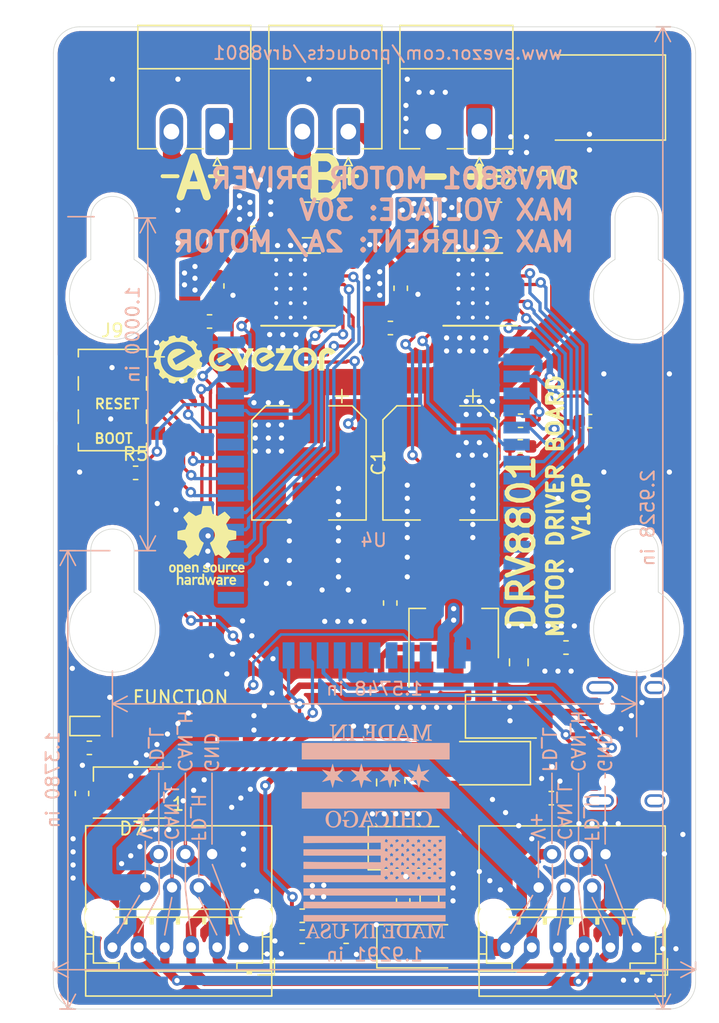
<source format=kicad_pcb>
(kicad_pcb (version 20171130) (host pcbnew "(5.1.5)-3")
  (layers (0 F.Cu signal) (31 B.Cu signal) (34 B.Paste user) (35 F.Paste user) (36 B.SilkS user) (37 F.SilkS user) (38 B.Mask user) (39 F.Mask user) (44 Edge.Cuts user))
  (net 0 "")
  (net 1 GND)
  (net 2 /CAN_H)
  (net 3 /CAN_L)
  (net 4 +3V3)
  (net 5 /FD_H)
  (net 6 /FD_L)
  (net 7 /RESET)
  (net 8 /NEO_STATUS)
  (net 9 /BOOT)
  (net 10 /D+)
  (net 11 /CC2)
  (net 12 /D-)
  (net 13 /CC1)
  (net 14 /VREG_OUT)
  (net 15 /USB_VCC)
  (net 16 /FUNCTION_BUTTON)
  (net 17 /HBT_LED)
  (net 18 "Net-(D6-Pad1)")
  (net 19 Vdrive)
  (net 20 "Net-(C3-Pad2)")
  (net 21 "Net-(C4-Pad2)")
  (net 22 "Net-(C5-Pad2)")
  (net 23 "Net-(C5-Pad1)")
  (net 24 "Net-(C6-Pad1)")
  (net 25 "Net-(C6-Pad2)")
  (net 26 "Net-(C9-Pad2)")
  (net 27 "Net-(C9-Pad1)")
  (net 28 "Net-(C10-Pad2)")
  (net 29 "Net-(C11-Pad1)")
  (net 30 "Net-(C15-Pad1)")
  (net 31 VBUS)
  (net 32 "Net-(D7-Pad1)")
  (net 33 "Net-(J1-Pad1)")
  (net 34 "Net-(J1-Pad2)")
  (net 35 "Net-(J2-Pad2)")
  (net 36 "Net-(J2-Pad1)")
  (net 37 "Net-(J4-PadB8)")
  (net 38 "Net-(J4-PadA8)")
  (net 39 "Net-(R1-Pad2)")
  (net 40 "Net-(R2-Pad2)")
  (net 41 "Net-(R3-Pad2)")
  (net 42 "Net-(R4-Pad2)")
  (net 43 "Net-(U4-Pad37)")
  (net 44 "Net-(U4-Pad29)")
  (net 45 "Net-(U4-Pad11)")
  (net 46 "Net-(U4-Pad12)")
  (net 47 "Net-(U4-Pad13)")
  (net 48 "Net-(U4-Pad14)")
  (net 49 "Net-(U4-Pad15)")
  (net 50 "Net-(U4-Pad28)")
  (net 51 "Net-(U4-Pad16)")
  (net 52 "Net-(U4-Pad23)")
  (net 53 "Net-(U4-Pad22)")
  (net 54 "Net-(U4-Pad21)")
  (net 55 "Net-(U4-Pad19)")
  (net 56 /ADC_A)
  (net 57 /ADC_B)
  (net 58 /FAULT_A)
  (net 59 /FAULT_B)
  (net 60 /MODE_2_A)
  (net 61 /ENABLE_A)
  (net 62 /SLEEP_A)
  (net 63 /PHASE_A)
  (net 64 /MODE_1_A)
  (net 65 /MODE_1_B)
  (net 66 /PHASE_B)
  (net 67 /SLEEP_B)
  (net 68 /ENABLE_B)
  (net 69 /MODE_2_B)
  (net 70 "Net-(D1-Pad1)")
  (net 71 /OLED_SDA)
  (net 72 /OLED_SCL)
  (module Connector_PinSocket_2.54mm:PinSocket_2x03_P2.54mm_Vertical_SMD (layer F.Cu) (at 105 104.5)
    (fp_text reference J9 (at 0 -5.31) (layer F.SilkS))
    (fp_text value Conn_02x03_Odd_Even)
    (pad 6 smd rect (at -2.52 2.54) (size 3 1) (layers F.Cu F.Paste F.Mask) (net 4 +3V3))
    (pad 5 smd rect (at 2.52 2.54) (size 3 1) (layers F.Cu F.Paste F.Mask) (net 72 /OLED_SCL))
    (pad 4 smd rect (at -2.52 0) (size 3 1) (layers F.Cu F.Paste F.Mask) (net 71 /OLED_SDA))
    (pad 3 smd rect (at 2.52 0) (size 3 1) (layers F.Cu F.Paste F.Mask) (net 9 /BOOT))
    (pad 2 smd rect (at -2.52 -2.54) (size 3 1) (layers F.Cu F.Paste F.Mask) (net 7 /RESET))
    (pad 1 smd rect (at 2.52 -2.54) (size 3 1) (layers F.Cu F.Paste F.Mask) (net 1 GND))
  )
  (module Resistor_SMD:R_0603_1608Metric (layer F.Cu) (at 106.7725 110.06)
    (fp_text reference R5 (at 0 -1.43) (layer F.SilkS))
    (fp_text value 10k)
    (pad 1 smd roundrect (at -0.7875 0) (size 0.875 0.95) (layers F.Cu F.Paste F.Mask) (net 4 +3V3))
    (pad 2 smd roundrect (at 0.7875 0) (size 0.875 0.95) (layers F.Cu F.Paste F.Mask) (net 58 /FAULT_A))
  )
  (module Symbol:OSHW-Logo_5.7x6mm_SilkScreen (layer F.Cu) (at 112.2 115.6)
    (fp_text reference REF** hide)
    (fp_text value OSHW-Logo_5.7x6mm_SilkScreen hide)
  )
  (module Evezor_extras:MADE_IN_CHICAGO (layer B.Cu) (at 125.1 133.2 180)
    (fp_text reference G*** hide)
    (fp_text value LOGO hide)
  )
  (module "Evezor_extras:MADE IN USA" (layer B.Cu) (at 125 141.7 180)
    (fp_text reference G*** hide)
    (fp_text value LOGO hide)
  )
  (module EvezorLIB:LOGO_37 (layer F.Cu) (at 110 101.4)
    (fp_text reference G*** hide)
    (fp_text value LOGO hide)
  )
  (module EvezorLIB:evezor_18 (layer F.Cu) (at 117.2 101.4)
    (fp_text reference G*** hide)
    (fp_text value LOGO hide)
  )
  (module LED_SMD:LED_SK6812MINI_PLCC4_3.5x3.5mm_P1.75mm (layer F.Cu) (at 106.5 134.475 180)
    (fp_text reference D7 (at 0 -2.75) (layer F.SilkS))
    (fp_text value SK6812MINI)
    (fp_text user 1 (at -3.5 -0.875) (layer F.SilkS))
    (pad 1 smd rect (at -1.75 -0.875 180) (size 1.6 0.85) (layers F.Cu F.Paste F.Mask) (net 32 "Net-(D7-Pad1)"))
    (pad 2 smd rect (at -1.75 0.875 180) (size 1.6 0.85) (layers F.Cu F.Paste F.Mask) (net 1 GND))
    (pad 4 smd rect (at 1.75 -0.875 180) (size 1.6 0.85) (layers F.Cu F.Paste F.Mask) (net 4 +3V3))
    (pad 3 smd rect (at 1.75 0.875 180) (size 1.6 0.85) (layers F.Cu F.Paste F.Mask) (net 8 /NEO_STATUS))
  )
  (module EvezorLIB:USB_C_Receptacle_HRO_TYPE-C-31-M-12 (layer F.Cu) (at 145.35 130.78 90)
    (fp_text reference J4)
    (fp_text value USB_C_Receptacle_USB2.0)
    (pad B1 smd rect (at 3.25 -4.045 90) (size 0.6 1.45) (layers F.Cu F.Paste F.Mask) (net 1 GND))
    (pad A9 smd rect (at 2.45 -4.045 90) (size 0.6 1.45) (layers F.Cu F.Paste F.Mask) (net 15 /USB_VCC))
    (pad B9 smd rect (at -2.45 -4.045 90) (size 0.6 1.45) (layers F.Cu F.Paste F.Mask) (net 15 /USB_VCC))
    (pad B12 smd rect (at -3.25 -4.045 90) (size 0.6 1.45) (layers F.Cu F.Paste F.Mask) (net 1 GND))
    (pad A1 smd rect (at -3.25 -4.045 90) (size 0.6 1.45) (layers F.Cu F.Paste F.Mask) (net 1 GND))
    (pad A4 smd rect (at -2.45 -4.045 90) (size 0.6 1.45) (layers F.Cu F.Paste F.Mask) (net 15 /USB_VCC))
    (pad B4 smd rect (at 2.45 -4.045 90) (size 0.6 1.45) (layers F.Cu F.Paste F.Mask) (net 15 /USB_VCC))
    (pad A12 smd rect (at 3.25 -4.045 90) (size 0.6 1.45) (layers F.Cu F.Paste F.Mask) (net 1 GND))
    (pad B8 smd rect (at -1.75 -4.045 90) (size 0.3 1.45) (layers F.Cu F.Paste F.Mask) (net 37 "Net-(J4-PadB8)"))
    (pad A5 smd rect (at -1.25 -4.045 90) (size 0.3 1.45) (layers F.Cu F.Paste F.Mask) (net 13 /CC1))
    (pad B7 smd rect (at -0.75 -4.045 90) (size 0.3 1.45) (layers F.Cu F.Paste F.Mask) (net 12 /D-))
    (pad A7 smd rect (at 0.25 -4.045 90) (size 0.3 1.45) (layers F.Cu F.Paste F.Mask) (net 12 /D-))
    (pad B6 smd rect (at 0.75 -4.045 90) (size 0.3 1.45) (layers F.Cu F.Paste F.Mask) (net 10 /D+))
    (pad A8 smd rect (at 1.25 -4.045 90) (size 0.3 1.45) (layers F.Cu F.Paste F.Mask) (net 38 "Net-(J4-PadA8)"))
    (pad B5 smd rect (at 1.75 -4.045 90) (size 0.3 1.45) (layers F.Cu F.Paste F.Mask) (net 11 /CC2))
    (pad A6 smd rect (at -0.25 -4.045 90) (size 0.3 1.45) (layers F.Cu F.Paste F.Mask) (net 10 /D+))
    (pad "" thru_hole oval (at 4.32 -3.13 90) (size 1 2.1) (drill oval 0.6 1.7) (layers *.Cu *.Mask))
    (pad "" thru_hole oval (at -4.32 -3.13 90) (size 1 2.1) (drill oval 0.6 1.7) (layers *.Cu *.Mask))
    (pad "" np_thru_hole circle (at -2.89 -2.6 90) (size 0.65 0.65) (drill 0.65) (layers *.Cu *.Mask))
    (pad "" thru_hole oval (at -4.32 1.05 90) (size 1 1.6) (drill oval 0.6 1.2) (layers *.Cu *.Mask))
    (pad "" np_thru_hole circle (at 2.89 -2.6 90) (size 0.65 0.65) (drill 0.65) (layers *.Cu *.Mask))
    (pad "" thru_hole oval (at 4.32 1.05 90) (size 1 1.6) (drill oval 0.6 1.2) (layers *.Cu *.Mask))
  )
  (module EvezorLIB:EDGE_STAMP (layer B.Cu) (at 124.94 123.6 180)
    (fp_text reference U4 (at 0 8.4) (layer B.SilkS) (effects (justify mirror)))
    (fp_text value EDGE_STM32F405_CPU_V1)
    (pad 43 smd custom (at 10.9 23.5 90) (size 0.9 2) (layers B.Cu B.Paste B.Mask) (net 1 GND) (options (clearance outline) (anchor rect)) (primitives))
    (pad 42 smd custom (at 10.9 22.2 90) (size 0.9 2) (layers B.Cu B.Paste B.Mask) (net 8 /NEO_STATUS) (options (clearance outline) (anchor rect)) (primitives))
    (pad 41 smd custom (at 10.9 20.9 90) (size 0.9 2) (layers B.Cu B.Paste B.Mask) (net 17 /HBT_LED) (options (clearance outline) (anchor rect)) (primitives))
    (pad 40 smd custom (at 10.9 19.6 90) (size 0.9 2) (layers B.Cu B.Paste B.Mask) (net 60 /MODE_2_A) (options (clearance outline) (anchor rect)) (primitives))
    (pad 39 smd custom (at 10.9 18.3 90) (size 0.9 2) (layers B.Cu B.Paste B.Mask) (net 58 /FAULT_A) (options (clearance outline) (anchor rect)) (primitives))
    (pad 38 smd custom (at 10.9 17 90) (size 0.9 2) (layers B.Cu B.Paste B.Mask) (net 7 /RESET) (options (clearance outline) (anchor rect)) (primitives))
    (pad 37 smd custom (at 10.9 15.7 90) (size 0.9 2) (layers B.Cu B.Paste B.Mask) (net 43 "Net-(U4-Pad37)") (options (clearance outline) (anchor rect)) (primitives))
    (pad 36 smd custom (at 10.9 14.4 90) (size 0.9 2) (layers B.Cu B.Paste B.Mask) (net 9 /BOOT) (options (clearance outline) (anchor rect)) (primitives))
    (pad 35 smd custom (at 10.9 13.1 90) (size 0.9 2) (layers B.Cu B.Paste B.Mask) (net 71 /OLED_SDA) (options (clearance outline) (anchor rect)) (primitives))
    (pad 34 smd custom (at 10.9 11.8 90) (size 0.9 2) (layers B.Cu B.Paste B.Mask) (net 72 /OLED_SCL) (options (clearance outline) (anchor rect)) (primitives))
    (pad 33 smd custom (at 10.9 10.5 90) (size 0.9 2) (layers B.Cu B.Paste B.Mask) (net 64 /MODE_1_A) (options (clearance outline) (anchor rect)) (primitives))
    (pad 32 smd custom (at 10.9 9.2 90) (size 0.9 2) (layers B.Cu B.Paste B.Mask) (net 63 /PHASE_A) (options (clearance outline) (anchor rect)) (primitives))
    (pad 31 smd custom (at 10.9 7.9 90) (size 0.9 2) (layers B.Cu B.Paste B.Mask) (net 62 /SLEEP_A) (options (clearance outline) (anchor rect)) (primitives))
    (pad 30 smd custom (at 10.9 6.6 90) (size 0.9 2) (layers B.Cu B.Paste B.Mask) (net 61 /ENABLE_A) (options (clearance outline) (anchor rect)) (primitives))
    (pad 29 smd custom (at 10.9 5.3 90) (size 0.9 2) (layers B.Cu B.Paste B.Mask) (net 44 "Net-(U4-Pad29)") (options (clearance outline) (anchor rect)) (primitives))
    (pad 1 smd custom (at -10.9 23.5 90) (size 0.9 2) (layers B.Cu B.Paste B.Mask) (net 4 +3V3) (options (clearance outline) (anchor rect)) (primitives))
    (pad 2 smd custom (at -10.9 22.2 90) (size 0.9 2) (layers B.Cu B.Paste B.Mask) (net 1 GND) (options (clearance outline) (anchor rect)) (primitives))
    (pad 3 smd custom (at -10.9 20.9 90) (size 0.9 2) (layers B.Cu B.Paste B.Mask) (net 59 /FAULT_B) (options (clearance outline) (anchor rect)) (primitives))
    (pad 4 smd custom (at -10.9 19.6 90) (size 0.9 2) (layers B.Cu B.Paste B.Mask) (net 57 /ADC_B) (options (clearance outline) (anchor rect)) (primitives))
    (pad 5 smd custom (at -10.9 18.3 90) (size 0.9 2) (layers B.Cu B.Paste B.Mask) (net 56 /ADC_A) (options (clearance outline) (anchor rect)) (primitives))
    (pad 6 smd custom (at -10.9 17 90) (size 0.9 2) (layers B.Cu B.Paste B.Mask) (net 65 /MODE_1_B) (options (clearance outline) (anchor rect)) (primitives))
    (pad 7 smd custom (at -10.9 15.7 90) (size 0.9 2) (layers B.Cu B.Paste B.Mask) (net 69 /MODE_2_B) (options (clearance outline) (anchor rect)) (primitives))
    (pad 8 smd custom (at -10.9 14.4 90) (size 0.9 2) (layers B.Cu B.Paste B.Mask) (net 66 /PHASE_B) (options (clearance outline) (anchor rect)) (primitives))
    (pad 9 smd custom (at -10.9 13.1 90) (size 0.9 2) (layers B.Cu B.Paste B.Mask) (net 68 /ENABLE_B) (options (clearance outline) (anchor rect)) (primitives))
    (pad 10 smd custom (at -10.9 11.8 90) (size 0.9 2) (layers B.Cu B.Paste B.Mask) (net 67 /SLEEP_B) (options (clearance outline) (anchor rect)) (primitives))
    (pad 11 smd custom (at -10.9 10.5 90) (size 0.9 2) (layers B.Cu B.Paste B.Mask) (net 45 "Net-(U4-Pad11)") (options (clearance outline) (anchor rect)) (primitives))
    (pad 12 smd custom (at -10.9 9.2 90) (size 0.9 2) (layers B.Cu B.Paste B.Mask) (net 46 "Net-(U4-Pad12)") (options (clearance outline) (anchor rect)) (primitives))
    (pad 13 smd custom (at -10.9 7.9 90) (size 0.9 2) (layers B.Cu B.Paste B.Mask) (net 47 "Net-(U4-Pad13)") (options (clearance outline) (anchor rect)) (primitives))
    (pad 14 smd custom (at -10.9 6.6 90) (size 0.9 2) (layers B.Cu B.Paste B.Mask) (net 48 "Net-(U4-Pad14)") (options (clearance outline) (anchor rect)) (primitives))
    (pad 15 smd custom (at -10.9 5.3 90) (size 0.9 2) (layers B.Cu B.Paste B.Mask) (net 49 "Net-(U4-Pad15)") (options (clearance outline) (anchor rect)) (primitives))
    (pad 28 smd custom (at 10.9 4 90) (size 0.9 2) (layers B.Cu B.Paste B.Mask) (net 50 "Net-(U4-Pad28)") (options (clearance outline) (anchor rect)) (primitives))
    (pad 16 smd custom (at -10.9 4 90) (size 0.9 2) (layers B.Cu B.Paste B.Mask) (net 51 "Net-(U4-Pad16)") (options (clearance outline) (anchor rect)) (primitives))
    (pad 27 smd custom (at 6.5 -0.4 180) (size 0.9 2) (layers B.Cu B.Paste B.Mask) (net 3 /CAN_L) (options (clearance outline) (anchor rect)) (primitives))
    (pad 26 smd custom (at 5.2 -0.4 180) (size 0.9 2) (layers B.Cu B.Paste B.Mask) (net 2 /CAN_H) (options (clearance outline) (anchor rect)) (primitives))
    (pad 25 smd custom (at 3.9 -0.4 180) (size 0.9 2) (layers B.Cu B.Paste B.Mask) (net 10 /D+) (options (clearance outline) (anchor rect)) (primitives))
    (pad 24 smd custom (at 2.6 -0.4 180) (size 0.9 2) (layers B.Cu B.Paste B.Mask) (net 12 /D-) (options (clearance outline) (anchor rect)) (primitives))
    (pad 23 smd custom (at 1.3 -0.4 180) (size 0.9 2) (layers B.Cu B.Paste B.Mask) (net 52 "Net-(U4-Pad23)") (options (clearance outline) (anchor rect)) (primitives))
    (pad 22 smd custom (at -0.06 -0.4 180) (size 0.9 2) (layers B.Cu B.Paste B.Mask) (net 53 "Net-(U4-Pad22)") (options (clearance outline) (anchor rect)) (primitives))
    (pad 21 smd custom (at -1.36 -0.4 180) (size 0.9 2) (layers B.Cu B.Paste B.Mask) (net 54 "Net-(U4-Pad21)") (options (clearance outline) (anchor rect)) (primitives))
    (pad 20 smd custom (at -2.66 -0.4 180) (size 0.9 2) (layers B.Cu B.Paste B.Mask) (net 16 /FUNCTION_BUTTON) (options (clearance outline) (anchor rect)) (primitives))
    (pad 19 smd custom (at -3.96 -0.4 180) (size 0.9 2) (layers B.Cu B.Paste B.Mask) (net 55 "Net-(U4-Pad19)") (options (clearance outline) (anchor rect)) (primitives))
    (pad 18 smd custom (at -5.26 -0.4 180) (size 0.9 2) (layers B.Cu B.Paste B.Mask) (net 4 +3V3) (options (clearance outline) (anchor rect)) (primitives))
    (pad 17 smd custom (at -6.56 -0.4 180) (size 0.9 2) (layers B.Cu B.Paste B.Mask) (net 1 GND) (options (clearance outline) (anchor rect)) (primitives))
  )
  (module Capacitor_SMD:C_0603_1608Metric (layer F.Cu) (at 102.68 134.5425 270)
    (fp_text reference C18)
    (fp_text value C_Small)
    (pad 2 smd roundrect (at 0.7875 0 270) (size 0.875 0.95) (layers F.Cu F.Paste F.Mask) (net 4 +3V3))
    (pad 1 smd roundrect (at -0.7875 0 270) (size 0.875 0.95) (layers F.Cu F.Paste F.Mask) (net 1 GND))
  )
  (module Connector_JST:JST_PH_B6B-PH-K_1x06_P2.00mm_Vertical (layer F.Cu) (at 115 146.29 180)
    (fp_text reference J6)
    (fp_text value PH)
    (pad 6 thru_hole oval (at 10 0 180) (size 1.2 1.75) (drill 0.75) (layers *.Cu *.Mask) (net 31 VBUS))
    (pad 5 thru_hole oval (at 8 0 180) (size 1.2 1.75) (drill 0.75) (layers *.Cu *.Mask) (net 6 /FD_L))
    (pad 4 thru_hole oval (at 6 0 180) (size 1.2 1.75) (drill 0.75) (layers *.Cu *.Mask) (net 3 /CAN_L))
    (pad 3 thru_hole oval (at 4 0 180) (size 1.2 1.75) (drill 0.75) (layers *.Cu *.Mask) (net 2 /CAN_H))
    (pad 2 thru_hole oval (at 2 0 180) (size 1.2 1.75) (drill 0.75) (layers *.Cu *.Mask) (net 5 /FD_H))
    (pad 1 thru_hole roundrect (at 0 0 180) (size 1.2 1.75) (drill 0.75) (layers *.Cu *.Mask) (roundrect_rratio 0.208333) (net 1 GND))
  )
  (module Capacitor_SMD:C_0603_1608Metric (layer F.Cu) (at 127.83 133.5975 270)
    (fp_text reference C13)
    (fp_text value .1uF)
    (pad 2 smd roundrect (at 0.7875 0 270) (size 0.875 0.95) (layers F.Cu F.Paste F.Mask) (net 1 GND))
    (pad 1 smd roundrect (at -0.7875 0 270) (size 0.875 0.95) (layers F.Cu F.Paste F.Mask) (net 14 /VREG_OUT))
  )
  (module Capacitor_SMD:C_0805_2012Metric (layer F.Cu) (at 125.87 133.7 270)
    (fp_text reference C14)
    (fp_text value 22uF)
    (pad 2 smd roundrect (at 0.9375 0 270) (size 0.975 1.4) (layers F.Cu F.Paste F.Mask) (net 1 GND))
    (pad 1 smd roundrect (at -0.9375 0 270) (size 0.975 1.4) (layers F.Cu F.Paste F.Mask) (net 14 /VREG_OUT))
  )
  (module Capacitor_SMD:C_0603_1608Metric (layer F.Cu) (at 122.5625 139.71 180)
    (fp_text reference C9)
    (fp_text value .1uF)
    (pad 2 smd roundrect (at 0.7875 0 180) (size 0.875 0.95) (layers F.Cu F.Paste F.Mask) (net 26 "Net-(C9-Pad2)"))
    (pad 1 smd roundrect (at -0.7875 0 180) (size 0.875 0.95) (layers F.Cu F.Paste F.Mask) (net 27 "Net-(C9-Pad1)"))
  )
  (module Capacitor_SMD:C_0603_1608Metric (layer F.Cu) (at 119.4825 143.88)
    (fp_text reference C10)
    (fp_text value .1uF)
    (pad 2 smd roundrect (at 0.7875 0) (size 0.875 0.95) (layers F.Cu F.Paste F.Mask) (net 28 "Net-(C10-Pad2)"))
    (pad 1 smd roundrect (at -0.7875 0) (size 0.875 0.95) (layers F.Cu F.Paste F.Mask) (net 14 /VREG_OUT))
  )
  (module Capacitor_SMD:C_0805_2012Metric (layer F.Cu) (at 129.19 142.5975 90)
    (fp_text reference C12)
    (fp_text value 4.7uF)
    (pad 2 smd roundrect (at 0.9375 0 90) (size 0.975 1.4) (layers F.Cu F.Paste F.Mask) (net 1 GND))
    (pad 1 smd roundrect (at -0.9375 0 90) (size 0.975 1.4) (layers F.Cu F.Paste F.Mask) (net 29 "Net-(C11-Pad1)"))
  )
  (module EvezorLIB:RJ11_C189747_Horizontal (layer F.Cu) (at 140.079999 141.719999 180)
    (fp_text reference J7)
    (fp_text value RJ11)
    (pad "" np_thru_hole circle (at 6 -2.3) (size 2.3 2.3) (drill 2.3) (layers *.Cu *.Mask))
    (pad "" np_thru_hole circle (at -6 -2.3 180) (size 2.3 2.3) (drill 2.3) (layers *.Cu *.Mask))
    (pad 5 thru_hole circle (at 1.53 2.54 180) (size 1.39 1.39) (drill 0.79) (layers *.Cu *.Mask) (net 6 /FD_L))
    (pad 3 thru_hole circle (at -0.51 2.54 180) (size 1.39 1.39) (drill 0.79) (layers *.Cu *.Mask) (net 2 /CAN_H))
    (pad 1 thru_hole circle (at -2.55 2.54 180) (size 1.39 1.39) (drill 0.79) (layers *.Cu *.Mask) (net 1 GND))
    (pad 6 thru_hole circle (at 2.55 0 180) (size 1.39 1.39) (drill 0.79) (layers *.Cu *.Mask) (net 31 VBUS))
    (pad 4 thru_hole circle (at 0.51 0 180) (size 1.39 1.39) (drill 0.79) (layers *.Cu *.Mask) (net 3 /CAN_L))
    (pad 2 thru_hole circle (at -1.53 0 180) (size 1.39 1.39) (drill 0.79) (layers *.Cu *.Mask) (net 5 /FD_H))
  )
  (module EvezorLIB:RJ11_C189747_Horizontal (layer F.Cu) (at 110.059999 141.709999 180)
    (fp_text reference J8)
    (fp_text value RJ11)
    (pad "" np_thru_hole circle (at 6 -2.3) (size 2.3 2.3) (drill 2.3) (layers *.Cu *.Mask))
    (pad "" np_thru_hole circle (at -6 -2.3 180) (size 2.3 2.3) (drill 2.3) (layers *.Cu *.Mask))
    (pad 5 thru_hole circle (at 1.53 2.54 180) (size 1.39 1.39) (drill 0.79) (layers *.Cu *.Mask) (net 6 /FD_L))
    (pad 3 thru_hole circle (at -0.51 2.54 180) (size 1.39 1.39) (drill 0.79) (layers *.Cu *.Mask) (net 2 /CAN_H))
    (pad 1 thru_hole circle (at -2.55 2.54 180) (size 1.39 1.39) (drill 0.79) (layers *.Cu *.Mask) (net 1 GND))
    (pad 6 thru_hole circle (at 2.55 0 180) (size 1.39 1.39) (drill 0.79) (layers *.Cu *.Mask) (net 31 VBUS))
    (pad 4 thru_hole circle (at 0.51 0 180) (size 1.39 1.39) (drill 0.79) (layers *.Cu *.Mask) (net 3 /CAN_L))
    (pad 2 thru_hole circle (at -1.53 0 180) (size 1.39 1.39) (drill 0.79) (layers *.Cu *.Mask) (net 5 /FD_H))
  )
  (module Connector_JST:JST_PH_B6B-PH-K_1x06_P2.00mm_Vertical (layer F.Cu) (at 145 146.3 180)
    (fp_text reference J5)
    (fp_text value PH)
    (pad 6 thru_hole oval (at 10 0 180) (size 1.2 1.75) (drill 0.75) (layers *.Cu *.Mask) (net 31 VBUS))
    (pad 5 thru_hole oval (at 8 0 180) (size 1.2 1.75) (drill 0.75) (layers *.Cu *.Mask) (net 6 /FD_L))
    (pad 4 thru_hole oval (at 6 0 180) (size 1.2 1.75) (drill 0.75) (layers *.Cu *.Mask) (net 3 /CAN_L))
    (pad 3 thru_hole oval (at 4 0 180) (size 1.2 1.75) (drill 0.75) (layers *.Cu *.Mask) (net 2 /CAN_H))
    (pad 2 thru_hole oval (at 2 0 180) (size 1.2 1.75) (drill 0.75) (layers *.Cu *.Mask) (net 5 /FD_H))
    (pad 1 thru_hole roundrect (at 0 0 180) (size 1.2 1.75) (drill 0.75) (layers *.Cu *.Mask) (roundrect_rratio 0.208333) (net 1 GND))
  )
  (module Resistor_SMD:R_0603_1608Metric (layer F.Cu) (at 122.8375 145.48 180)
    (fp_text reference R7)
    (fp_text value 15k)
    (pad 2 smd roundrect (at 0.7875 0 180) (size 0.875 0.95) (layers F.Cu F.Paste F.Mask) (net 28 "Net-(C10-Pad2)"))
    (pad 1 smd roundrect (at -0.7875 0 180) (size 0.875 0.95) (layers F.Cu F.Paste F.Mask) (net 1 GND))
  )
  (module Resistor_SMD:R_0603_1608Metric (layer F.Cu) (at 119.4825 145.48)
    (fp_text reference R8)
    (fp_text value 82k)
    (pad 2 smd roundrect (at 0.7875 0) (size 0.875 0.95) (layers F.Cu F.Paste F.Mask) (net 28 "Net-(C10-Pad2)"))
    (pad 1 smd roundrect (at -0.7875 0) (size 0.875 0.95) (layers F.Cu F.Paste F.Mask) (net 14 /VREG_OUT))
  )
  (module Package_TO_SOT_SMD:SOT-23-6 (layer F.Cu) (at 123.65 142.46)
    (fp_text reference U3)
    (fp_text value SY8401ABC)
    (pad 5 smd rect (at 1.1 0) (size 1.06 0.65) (layers F.Cu F.Paste F.Mask) (net 29 "Net-(C11-Pad1)"))
    (pad 6 smd rect (at 1.1 -0.95) (size 1.06 0.65) (layers F.Cu F.Paste F.Mask) (net 27 "Net-(C9-Pad1)"))
    (pad 4 smd rect (at 1.1 0.95) (size 1.06 0.65) (layers F.Cu F.Paste F.Mask) (net 29 "Net-(C11-Pad1)"))
    (pad 3 smd rect (at -1.1 0.95) (size 1.06 0.65) (layers F.Cu F.Paste F.Mask) (net 28 "Net-(C10-Pad2)"))
    (pad 2 smd rect (at -1.1 0) (size 1.06 0.65) (layers F.Cu F.Paste F.Mask) (net 1 GND))
    (pad 1 smd rect (at -1.1 -0.95) (size 1.06 0.65) (layers F.Cu F.Paste F.Mask) (net 26 "Net-(C9-Pad2)"))
  )
  (module Capacitor_SMD:C_0603_1608Metric (layer F.Cu) (at 127.19 142.7475 90)
    (fp_text reference C11)
    (fp_text value .1uF)
    (pad 2 smd roundrect (at 0.7875 0 90) (size 0.875 0.95) (layers F.Cu F.Paste F.Mask) (net 1 GND))
    (pad 1 smd roundrect (at -0.7875 0 90) (size 0.875 0.95) (layers F.Cu F.Paste F.Mask) (net 29 "Net-(C11-Pad1)"))
  )
  (module Diode_SMD:D_SMA (layer F.Cu) (at 127.92 138.72)
    (fp_text reference D2)
    (fp_text value SX35_SCHOTTKY)
    (pad 2 smd rect (at 2 0) (size 2.5 1.8) (layers F.Cu F.Paste F.Mask) (net 1 GND))
    (pad 1 smd rect (at -2 0) (size 2.5 1.8) (layers F.Cu F.Paste F.Mask) (net 27 "Net-(C9-Pad1)"))
  )
  (module LED_SMD:LED_0603_1608Metric (layer F.Cu) (at 103.2425 129.39)
    (fp_text reference D6)
    (fp_text value LED)
    (pad 2 smd roundrect (at 0.7875 0) (size 0.875 0.95) (layers F.Cu F.Paste F.Mask) (net 17 /HBT_LED))
    (pad 1 smd roundrect (at -0.7875 0) (size 0.875 0.95) (layers F.Cu F.Paste F.Mask) (net 18 "Net-(D6-Pad1)"))
  )
  (module EvezorLIB:INDUCTOR_7.5X6.6_GCDA0630-220MC (layer F.Cu) (at 120.84 134.845 90)
    (fp_text reference L1)
    (fp_text value 22uH)
    (pad 2 smd rect (at 2.695 0 90) (size 1.98 3.43) (layers F.Cu F.Paste F.Mask) (net 14 /VREG_OUT))
    (pad 1 smd rect (at -2.695 0 90) (size 1.98 3.43) (layers F.Cu F.Paste F.Mask) (net 27 "Net-(C9-Pad1)"))
  )
  (module Resistor_SMD:R_0603_1608Metric (layer F.Cu) (at 103.2425 131.06 180)
    (fp_text reference R11)
    (fp_text value 15k)
    (pad 2 smd roundrect (at 0.7875 0 180) (size 0.875 0.95) (layers F.Cu F.Paste F.Mask) (net 18 "Net-(D6-Pad1)"))
    (pad 1 smd roundrect (at -0.7875 0 180) (size 0.875 0.95) (layers F.Cu F.Paste F.Mask) (net 1 GND))
  )
  (module Package_TO_SOT_SMD:SOT-223-3_TabPin2 (layer F.Cu) (at 131.04 122.32 90)
    (fp_text reference U5)
    (fp_text value AMS1117-3.3)
    (pad 1 smd rect (at -3.15 -2.3 90) (size 2 1.5) (layers F.Cu F.Paste F.Mask) (net 1 GND))
    (pad 3 smd rect (at -3.15 2.3 90) (size 2 1.5) (layers F.Cu F.Paste F.Mask) (net 30 "Net-(C15-Pad1)"))
    (pad 2 smd rect (at -3.15 0 90) (size 2 1.5) (layers F.Cu F.Paste F.Mask) (net 4 +3V3))
    (pad 2 smd rect (at 3.15 0 90) (size 2 3.8) (layers F.Cu F.Paste F.Mask) (net 4 +3V3))
  )
  (module Diode_SMD:D_SMA (layer F.Cu) (at 128.58 146.21)
    (fp_text reference D3)
    (fp_text value SX35_SCHOTTKY)
    (pad 1 smd rect (at -2 0) (size 2.5 1.8) (layers F.Cu F.Paste F.Mask) (net 29 "Net-(C11-Pad1)"))
    (pad 2 smd rect (at 2 0) (size 2.5 1.8) (layers F.Cu F.Paste F.Mask) (net 31 VBUS))
  )
  (module Resistor_SMD:R_0603_1608Metric (layer F.Cu) (at 139.6125 123.4 180)
    (fp_text reference R9)
    (fp_text value 5.1k)
    (pad 2 smd roundrect (at 0.7875 0 180) (size 0.875 0.95) (layers F.Cu F.Paste F.Mask) (net 1 GND))
    (pad 1 smd roundrect (at -0.7875 0 180) (size 0.875 0.95) (layers F.Cu F.Paste F.Mask) (net 11 /CC2))
  )
  (module Resistor_SMD:R_0603_1608Metric (layer F.Cu) (at 138.4875 134.9 180)
    (fp_text reference R10)
    (fp_text value 5.1k)
    (pad 1 smd roundrect (at -0.7875 0 180) (size 0.875 0.95) (layers F.Cu F.Paste F.Mask) (net 13 /CC1))
    (pad 2 smd roundrect (at 0.7875 0 180) (size 0.875 0.95) (layers F.Cu F.Paste F.Mask) (net 1 GND))
  )
  (module Diode_SMD:D_SMA (layer F.Cu) (at 135.34 128.66)
    (fp_text reference D4)
    (fp_text value SX35_SCHOTTKY)
    (pad 2 smd rect (at 2 0) (size 2.5 1.8) (layers F.Cu F.Paste F.Mask) (net 15 /USB_VCC))
    (pad 1 smd rect (at -2 0) (size 2.5 1.8) (layers F.Cu F.Paste F.Mask) (net 30 "Net-(C15-Pad1)"))
  )
  (module Diode_SMD:D_SMA (layer F.Cu) (at 133.5 132.23 180)
    (fp_text reference D5)
    (fp_text value SX35_SCHOTTKY)
    (pad 1 smd rect (at -2 0 180) (size 2.5 1.8) (layers F.Cu F.Paste F.Mask) (net 30 "Net-(C15-Pad1)"))
    (pad 2 smd rect (at 2 0 180) (size 2.5 1.8) (layers F.Cu F.Paste F.Mask) (net 14 /VREG_OUT))
  )
  (module EvezorLIB:SWITCH_2x3_SMD_TACTILE_GREEN (layer F.Cu) (at 110.05 129.9 180)
    (fp_text reference SW1)
    (fp_text value SW_Push)
    (pad 1 smd rect (at -3.85 0 180) (size 1.5 1.2) (layers F.Cu F.Paste F.Mask) (net 16 /FUNCTION_BUTTON))
    (pad 2 smd rect (at 3.85 0 180) (size 1.5 1.2) (layers F.Cu F.Paste F.Mask) (net 1 GND))
  )
  (module Capacitor_SMD:C_0805_2012Metric (layer F.Cu) (at 136.01 124.5275 90)
    (fp_text reference C15)
    (fp_text value 10uF)
    (pad 1 smd roundrect (at -0.9375 0 90) (size 0.975 1.4) (layers F.Cu F.Paste F.Mask) (net 30 "Net-(C15-Pad1)"))
    (pad 2 smd roundrect (at 0.9375 0 90) (size 0.975 1.4) (layers F.Cu F.Paste F.Mask) (net 1 GND))
  )
  (module Capacitor_SMD:C_0603_1608Metric (layer F.Cu) (at 126.2 120 270)
    (fp_text reference C17)
    (fp_text value .1uF)
    (pad 1 smd roundrect (at -0.7875 0 270) (size 0.875 0.95) (layers F.Cu F.Paste F.Mask) (net 4 +3V3))
    (pad 2 smd roundrect (at 0.7875 0 270) (size 0.875 0.95) (layers F.Cu F.Paste F.Mask) (net 1 GND))
  )
  (module Capacitor_SMD:CP_Elec_8x10.5 (layer F.Cu) (at 120 109.3 270)
    (fp_text reference C1 (at 0 -5.3 90) (layer F.SilkS))
    (fp_text value 100uF)
    (pad 1 smd roundrect (at -3.7 0 270) (size 4.4 2.5) (layers F.Cu F.Paste F.Mask) (roundrect_rratio 0.1) (net 19 Vdrive))
    (pad 2 smd roundrect (at 3.7 0 270) (size 4.4 2.5) (layers F.Cu F.Paste F.Mask) (roundrect_rratio 0.1) (net 1 GND))
  )
  (module Capacitor_SMD:CP_Elec_8x10.5 (layer F.Cu) (at 130 109.3 270)
    (fp_text reference C2)
    (fp_text value 100uF)
    (pad 2 smd roundrect (at 3.7 0 270) (size 4.4 2.5) (layers F.Cu F.Paste F.Mask) (roundrect_rratio 0.1) (net 1 GND))
    (pad 1 smd roundrect (at -3.7 0 270) (size 4.4 2.5) (layers F.Cu F.Paste F.Mask) (roundrect_rratio 0.1) (net 19 Vdrive))
  )
  (module Capacitor_SMD:C_0603_1608Metric (layer F.Cu) (at 112.4125 98.5)
    (fp_text reference C3)
    (fp_text value 100nF)
    (pad 1 smd roundrect (at -0.7875 0) (size 0.875 0.95) (layers F.Cu F.Paste F.Mask) (net 19 Vdrive))
    (pad 2 smd roundrect (at 0.7875 0) (size 0.875 0.95) (layers F.Cu F.Paste F.Mask) (net 20 "Net-(C3-Pad2)"))
  )
  (module Capacitor_SMD:C_0603_1608Metric (layer F.Cu) (at 126.2125 99)
    (fp_text reference C4)
    (fp_text value 100nF)
    (pad 2 smd roundrect (at 0.7875 0) (size 0.875 0.95) (layers F.Cu F.Paste F.Mask) (net 21 "Net-(C4-Pad2)"))
    (pad 1 smd roundrect (at -0.7875 0) (size 0.875 0.95) (layers F.Cu F.Paste F.Mask) (net 19 Vdrive))
  )
  (module Capacitor_SMD:C_0603_1608Metric (layer F.Cu) (at 113 95.7875 270)
    (fp_text reference C5)
    (fp_text value 100nF)
    (pad 2 smd roundrect (at 0.7875 0 270) (size 0.875 0.95) (layers F.Cu F.Paste F.Mask) (net 22 "Net-(C5-Pad2)"))
    (pad 1 smd roundrect (at -0.7875 0 270) (size 0.875 0.95) (layers F.Cu F.Paste F.Mask) (net 23 "Net-(C5-Pad1)"))
  )
  (module Capacitor_SMD:C_0603_1608Metric (layer F.Cu) (at 127 95.9625 270)
    (fp_text reference C6)
    (fp_text value 100nF)
    (pad 1 smd roundrect (at -0.7875 0 270) (size 0.875 0.95) (layers F.Cu F.Paste F.Mask) (net 24 "Net-(C6-Pad1)"))
    (pad 2 smd roundrect (at 0.7875 0 270) (size 0.875 0.95) (layers F.Cu F.Paste F.Mask) (net 25 "Net-(C6-Pad2)"))
  )
  (module Capacitor_SMD:C_0603_1608Metric (layer F.Cu) (at 115.7125 91.75)
    (fp_text reference C7)
    (fp_text value 100nF)
    (pad 2 smd roundrect (at 0.7875 0) (size 0.875 0.95) (layers F.Cu F.Paste F.Mask) (net 1 GND))
    (pad 1 smd roundrect (at -0.7875 0) (size 0.875 0.95) (layers F.Cu F.Paste F.Mask) (net 19 Vdrive))
  )
  (module Capacitor_SMD:C_0603_1608Metric (layer F.Cu) (at 129.7125 91.75)
    (fp_text reference C8)
    (fp_text value 100nF)
    (pad 1 smd roundrect (at -0.7875 0) (size 0.875 0.95) (layers F.Cu F.Paste F.Mask) (net 19 Vdrive))
    (pad 2 smd roundrect (at 0.7875 0) (size 0.875 0.95) (layers F.Cu F.Paste F.Mask) (net 1 GND))
  )
  (module Diode_SMD:D_SMC (layer F.Cu) (at 142.4 81.4 180)
    (fp_text reference D1)
    (fp_text value SK86)
    (pad 1 smd rect (at -3.4 0 270) (size 3.3 2.5) (layers F.Cu F.Paste F.Mask) (net 70 "Net-(D1-Pad1)"))
    (pad 2 smd rect (at 3.4 0 270) (size 3.3 2.5) (layers F.Cu F.Paste F.Mask) (net 19 Vdrive))
  )
  (module Connector_Phoenix_MC:PhoenixContact_MC_1,5_2-G-3.5_1x02_P3.50mm_Horizontal (layer F.Cu) (at 113 84 180)
    (fp_text reference J1)
    (fp_text value Conn_01x02)
    (pad 1 thru_hole roundrect (at 0 0 180) (size 1.8 3.6) (drill 1.2) (layers *.Cu *.Mask) (roundrect_rratio 0.138889) (net 33 "Net-(J1-Pad1)"))
    (pad 2 thru_hole oval (at 3.5 0 180) (size 1.8 3.6) (drill 1.2) (layers *.Cu *.Mask) (net 34 "Net-(J1-Pad2)"))
  )
  (module Connector_Phoenix_MC:PhoenixContact_MC_1,5_2-G-3.5_1x02_P3.50mm_Horizontal (layer F.Cu) (at 123 84 180)
    (fp_text reference J2)
    (fp_text value Conn_01x02)
    (pad 2 thru_hole oval (at 3.5 0 180) (size 1.8 3.6) (drill 1.2) (layers *.Cu *.Mask) (net 35 "Net-(J2-Pad2)"))
    (pad 1 thru_hole roundrect (at 0 0 180) (size 1.8 3.6) (drill 1.2) (layers *.Cu *.Mask) (roundrect_rratio 0.138889) (net 36 "Net-(J2-Pad1)"))
  )
  (module Connector_Phoenix_MC:PhoenixContact_MC_1,5_2-G-3.5_1x02_P3.50mm_Horizontal (layer F.Cu) (at 133 84 180)
    (fp_text reference J3)
    (fp_text value Conn_01x02)
    (pad 1 thru_hole roundrect (at 0 0 180) (size 1.8 3.6) (drill 1.2) (layers *.Cu *.Mask) (roundrect_rratio 0.138889) (net 70 "Net-(D1-Pad1)"))
    (pad 2 thru_hole oval (at 3.5 0 180) (size 1.8 3.6) (drill 1.2) (layers *.Cu *.Mask) (net 1 GND))
  )
  (module Resistor_SMD:R_1210_3225Metric (layer F.Cu) (at 120.1 90.75)
    (fp_text reference R1)
    (fp_text value .2)
    (pad 2 smd roundrect (at 1.4 0) (size 1.25 2.65) (layers F.Cu F.Paste F.Mask) (roundrect_rratio 0.2) (net 39 "Net-(R1-Pad2)"))
    (pad 1 smd roundrect (at -1.4 0) (size 1.25 2.65) (layers F.Cu F.Paste F.Mask) (roundrect_rratio 0.2) (net 1 GND))
  )
  (module Resistor_SMD:R_1210_3225Metric (layer F.Cu) (at 134.1 90.75)
    (fp_text reference R2)
    (fp_text value .2)
    (pad 1 smd roundrect (at -1.4 0) (size 1.25 2.65) (layers F.Cu F.Paste F.Mask) (roundrect_rratio 0.2) (net 1 GND))
    (pad 2 smd roundrect (at 1.4 0) (size 1.25 2.65) (layers F.Cu F.Paste F.Mask) (roundrect_rratio 0.2) (net 40 "Net-(R2-Pad2)"))
  )
  (module Resistor_SMD:R_0603_1608Metric (layer F.Cu) (at 136.1225 108.04 180)
    (fp_text reference R3)
    (fp_text value 100k)
    (pad 2 smd roundrect (at 0.7875 0 180) (size 0.875 0.95) (layers F.Cu F.Paste F.Mask) (net 41 "Net-(R3-Pad2)"))
    (pad 1 smd roundrect (at -0.7875 0 180) (size 0.875 0.95) (layers F.Cu F.Paste F.Mask) (net 56 /ADC_A))
  )
  (module Resistor_SMD:R_0603_1608Metric (layer F.Cu) (at 136.1425 106.08 180)
    (fp_text reference R4)
    (fp_text value 100k)
    (pad 2 smd roundrect (at 0.7875 0 180) (size 0.875 0.95) (layers F.Cu F.Paste F.Mask) (net 42 "Net-(R4-Pad2)"))
    (pad 1 smd roundrect (at -0.7875 0 180) (size 0.875 0.95) (layers F.Cu F.Paste F.Mask) (net 57 /ADC_B))
  )
  (module Resistor_SMD:R_0603_1608Metric (layer F.Cu) (at 141.4125 106.11)
    (fp_text reference R6)
    (fp_text value 10k)
    (pad 1 smd roundrect (at -0.7875 0) (size 0.875 0.95) (layers F.Cu F.Paste F.Mask) (net 4 +3V3))
    (pad 2 smd roundrect (at 0.7875 0) (size 0.875 0.95) (layers F.Cu F.Paste F.Mask) (net 59 /FAULT_B))
  )
  (module Package_SO:HTSSOP-16-1EP_4.4x5mm_P0.65mm_EP3.4x5mm_Mask3x3mm_ThermalVias (layer F.Cu) (at 118.6 96 180)
    (fp_text reference U1)
    (fp_text value DRV8801PWP)
    (pad 17 thru_hole circle (at -1.1 -2.2 180) (size 0.6 0.6) (drill 0.3) (layers *.Cu) (net 1 GND))
    (pad 17 thru_hole circle (at 0 -2.2 180) (size 0.6 0.6) (drill 0.3) (layers *.Cu) (net 1 GND))
    (pad 17 thru_hole circle (at 1.1 -2.2 180) (size 0.6 0.6) (drill 0.3) (layers *.Cu) (net 1 GND))
    (pad 17 thru_hole circle (at -1.1 -1.1 180) (size 0.6 0.6) (drill 0.3) (layers *.Cu) (net 1 GND))
    (pad 17 thru_hole circle (at 0 -1.1 180) (size 0.6 0.6) (drill 0.3) (layers *.Cu) (net 1 GND))
    (pad 17 thru_hole circle (at 1.1 -1.1 180) (size 0.6 0.6) (drill 0.3) (layers *.Cu) (net 1 GND))
    (pad 17 thru_hole circle (at -1.1 0 180) (size 0.6 0.6) (drill 0.3) (layers *.Cu) (net 1 GND))
    (pad 17 thru_hole circle (at 0 0 180) (size 0.6 0.6) (drill 0.3) (layers *.Cu) (net 1 GND))
    (pad 17 thru_hole circle (at 1.1 0 180) (size 0.6 0.6) (drill 0.3) (layers *.Cu) (net 1 GND))
    (pad 17 thru_hole circle (at -1.1 1.1 180) (size 0.6 0.6) (drill 0.3) (layers *.Cu) (net 1 GND))
    (pad 17 thru_hole circle (at 0 1.1 180) (size 0.6 0.6) (drill 0.3) (layers *.Cu) (net 1 GND))
    (pad 17 thru_hole circle (at 1.1 1.1 180) (size 0.6 0.6) (drill 0.3) (layers *.Cu) (net 1 GND))
    (pad 17 thru_hole circle (at 1.1 2.2 180) (size 0.6 0.6) (drill 0.3) (layers *.Cu) (net 1 GND))
    (pad 17 thru_hole circle (at 0 2.2 180) (size 0.6 0.6) (drill 0.3) (layers *.Cu) (net 1 GND))
    (pad 17 thru_hole circle (at -1.1 2.2 180) (size 0.6 0.6) (drill 0.3) (layers *.Cu) (net 1 GND))
    (pad 17 smd rect (at 0 0 180) (size 3.4 5) (layers F.Cu) (net 1 GND))
    (pad 16 smd rect (at 2.775 -2.275 180) (size 1.05 0.45) (layers F.Cu F.Paste F.Mask) (net 60 /MODE_2_A))
    (pad 15 smd rect (at 2.775 -1.625 180) (size 1.05 0.45) (layers F.Cu F.Paste F.Mask) (net 41 "Net-(R3-Pad2)"))
    (pad 14 smd rect (at 2.775 -0.975 180) (size 1.05 0.45) (layers F.Cu F.Paste F.Mask) (net 20 "Net-(C3-Pad2)"))
    (pad 13 smd rect (at 2.775 -0.325 180) (size 1.05 0.45) (layers F.Cu F.Paste F.Mask) (net 1 GND))
    (pad 12 smd rect (at 2.775 0.325 180) (size 1.05 0.45) (layers F.Cu F.Paste F.Mask) (net 22 "Net-(C5-Pad2)"))
    (pad 11 smd rect (at 2.775 0.975 180) (size 1.05 0.45) (layers F.Cu F.Paste F.Mask) (net 23 "Net-(C5-Pad1)"))
    (pad 10 smd rect (at 2.775 1.625 180) (size 1.05 0.45) (layers F.Cu F.Paste F.Mask) (net 34 "Net-(J1-Pad2)"))
    (pad 9 smd rect (at 2.775 2.275 180) (size 1.05 0.45) (layers F.Cu F.Paste F.Mask) (net 19 Vdrive))
    (pad 8 smd rect (at -2.775 2.275 180) (size 1.05 0.45) (layers F.Cu F.Paste F.Mask) (net 39 "Net-(R1-Pad2)"))
    (pad 7 smd rect (at -2.775 1.625 180) (size 1.05 0.45) (layers F.Cu F.Paste F.Mask) (net 33 "Net-(J1-Pad1)"))
    (pad 6 smd rect (at -2.775 0.975 180) (size 1.05 0.45) (layers F.Cu F.Paste F.Mask) (net 61 /ENABLE_A))
    (pad 5 smd rect (at -2.775 0.325 180) (size 1.05 0.45) (layers F.Cu F.Paste F.Mask) (net 62 /SLEEP_A))
    (pad 4 smd rect (at -2.775 -0.325 180) (size 1.05 0.45) (layers F.Cu F.Paste F.Mask) (net 1 GND))
    (pad 3 smd rect (at -2.775 -0.975 180) (size 1.05 0.45) (layers F.Cu F.Paste F.Mask) (net 63 /PHASE_A))
    (pad 2 smd rect (at -2.775 -1.625 180) (size 1.05 0.45) (layers F.Cu F.Paste F.Mask) (net 64 /MODE_1_A))
    (pad 1 smd rect (at -2.775 -2.275 180) (size 1.05 0.45) (layers F.Cu F.Paste F.Mask) (net 58 /FAULT_A))
    (pad 17 smd rect (at 0 0 180) (size 3.4 5) (layers B.Cu) (net 1 GND))
  )
  (module Package_SO:HTSSOP-16-1EP_4.4x5mm_P0.65mm_EP3.4x5mm_Mask3x3mm_ThermalVias (layer F.Cu) (at 132.5 96 180)
    (fp_text reference U2)
    (fp_text value DRV8801PWP)
    (pad 17 smd rect (at 0 0 180) (size 3.4 5) (layers B.Cu) (net 1 GND))
    (pad 1 smd rect (at -2.775 -2.275 180) (size 1.05 0.45) (layers F.Cu F.Paste F.Mask) (net 59 /FAULT_B))
    (pad 2 smd rect (at -2.775 -1.625 180) (size 1.05 0.45) (layers F.Cu F.Paste F.Mask) (net 65 /MODE_1_B))
    (pad 3 smd rect (at -2.775 -0.975 180) (size 1.05 0.45) (layers F.Cu F.Paste F.Mask) (net 66 /PHASE_B))
    (pad 4 smd rect (at -2.775 -0.325 180) (size 1.05 0.45) (layers F.Cu F.Paste F.Mask) (net 1 GND))
    (pad 5 smd rect (at -2.775 0.325 180) (size 1.05 0.45) (layers F.Cu F.Paste F.Mask) (net 67 /SLEEP_B))
    (pad 6 smd rect (at -2.775 0.975 180) (size 1.05 0.45) (layers F.Cu F.Paste F.Mask) (net 68 /ENABLE_B))
    (pad 7 smd rect (at -2.775 1.625 180) (size 1.05 0.45) (layers F.Cu F.Paste F.Mask) (net 36 "Net-(J2-Pad1)"))
    (pad 8 smd rect (at -2.775 2.275 180) (size 1.05 0.45) (layers F.Cu F.Paste F.Mask) (net 40 "Net-(R2-Pad2)"))
    (pad 9 smd rect (at 2.775 2.275 180) (size 1.05 0.45) (layers F.Cu F.Paste F.Mask) (net 19 Vdrive))
    (pad 10 smd rect (at 2.775 1.625 180) (size 1.05 0.45) (layers F.Cu F.Paste F.Mask) (net 35 "Net-(J2-Pad2)"))
    (pad 11 smd rect (at 2.775 0.975 180) (size 1.05 0.45) (layers F.Cu F.Paste F.Mask) (net 24 "Net-(C6-Pad1)"))
    (pad 12 smd rect (at 2.775 0.325 180) (size 1.05 0.45) (layers F.Cu F.Paste F.Mask) (net 25 "Net-(C6-Pad2)"))
    (pad 13 smd rect (at 2.775 -0.325 180) (size 1.05 0.45) (layers F.Cu F.Paste F.Mask) (net 1 GND))
    (pad 14 smd rect (at 2.775 -0.975 180) (size 1.05 0.45) (layers F.Cu F.Paste F.Mask) (net 21 "Net-(C4-Pad2)"))
    (pad 15 smd rect (at 2.775 -1.625 180) (size 1.05 0.45) (layers F.Cu F.Paste F.Mask) (net 42 "Net-(R4-Pad2)"))
    (pad 16 smd rect (at 2.775 -2.275 180) (size 1.05 0.45) (layers F.Cu F.Paste F.Mask) (net 69 /MODE_2_B))
    (pad 17 smd rect (at 0 0 180) (size 3.4 5) (layers F.Cu) (net 1 GND))
    (pad 17 thru_hole circle (at -1.1 2.2 180) (size 0.6 0.6) (drill 0.3) (layers *.Cu) (net 1 GND))
    (pad 17 thru_hole circle (at 0 2.2 180) (size 0.6 0.6) (drill 0.3) (layers *.Cu) (net 1 GND))
    (pad 17 thru_hole circle (at 1.1 2.2 180) (size 0.6 0.6) (drill 0.3) (layers *.Cu) (net 1 GND))
    (pad 17 thru_hole circle (at 1.1 1.1 180) (size 0.6 0.6) (drill 0.3) (layers *.Cu) (net 1 GND))
    (pad 17 thru_hole circle (at 0 1.1 180) (size 0.6 0.6) (drill 0.3) (layers *.Cu) (net 1 GND))
    (pad 17 thru_hole circle (at -1.1 1.1 180) (size 0.6 0.6) (drill 0.3) (layers *.Cu) (net 1 GND))
    (pad 17 thru_hole circle (at 1.1 0 180) (size 0.6 0.6) (drill 0.3) (layers *.Cu) (net 1 GND))
    (pad 17 thru_hole circle (at 0 0 180) (size 0.6 0.6) (drill 0.3) (layers *.Cu) (net 1 GND))
    (pad 17 thru_hole circle (at -1.1 0 180) (size 0.6 0.6) (drill 0.3) (layers *.Cu) (net 1 GND))
    (pad 17 thru_hole circle (at 1.1 -1.1 180) (size 0.6 0.6) (drill 0.3) (layers *.Cu) (net 1 GND))
    (pad 17 thru_hole circle (at 0 -1.1 180) (size 0.6 0.6) (drill 0.3) (layers *.Cu) (net 1 GND))
    (pad 17 thru_hole circle (at -1.1 -1.1 180) (size 0.6 0.6) (drill 0.3) (layers *.Cu) (net 1 GND))
    (pad 17 thru_hole circle (at 1.1 -2.2 180) (size 0.6 0.6) (drill 0.3) (layers *.Cu) (net 1 GND))
    (pad 17 thru_hole circle (at 0 -2.2 180) (size 0.6 0.6) (drill 0.3) (layers *.Cu) (net 1 GND))
    (pad 17 thru_hole circle (at -1.1 -2.2 180) (size 0.6 0.6) (drill 0.3) (layers *.Cu) (net 1 GND))
  )
  (gr_text "BOOT\n" (at 105.09 107.44) (layer F.SilkS) (effects (font (size 0.75 0.75))))
  (gr_text "RESET\n" (at 105.36 104.8) (layer F.SilkS) (effects (font (size 0.75 0.75))))
  (gr_text + (at 123.1 87.3) (layer F.SilkS) (effects (font (size 1.5 1.5) (thickness 0.3))))
  (gr_text - (at 119.2 87.3) (layer F.SilkS) (effects (font (size 1.5 1.5) (thickness 0.3))))
  (gr_text - (at 109.4 87.3) (layer F.SilkS) (effects (font (size 1.5 1.5) (thickness 0.3))))
  (gr_text + (at 113 87.3) (layer F.SilkS) (effects (font (size 1.5 1.5) (thickness 0.3))))
  (gr_text DRV8801 (at 136.2 115.4 90) (layer F.SilkS) (effects (font (size 2 2) (thickness 0.35))))
  (gr_text V1.0P (at 140.8 112.6 90) (layer F.SilkS) (effects (font (size 1.2 1.2) (thickness 0.27))))
  (gr_text "DRV8801 MOTOR DRIVER\nMAX VOLTAGE: 30V\nMAX CURRENT: 2A/ MOTOR" (at 140.4 90) (layer B.SilkS) (effects (font (size 1.5 1.5) (thickness 0.3)) (justify left mirror)))
  (gr_text "EXT PWR\n" (at 137.3 87.5) (layer F.SilkS) (effects (font (size 1 1) (thickness 0.2))))
  (gr_text + (at 133 87.3) (layer F.SilkS) (effects (font (size 2 2) (thickness 0.5))))
  (gr_text - (at 129.5 87.3) (layer F.SilkS) (effects (font (size 2 2) (thickness 0.5))))
  (gr_text B (at 121.2 87.6) (layer F.SilkS) (effects (font (size 3 3) (thickness 0.6))))
  (gr_text A (at 111.2 87.6) (layer F.SilkS) (effects (font (size 3 3) (thickness 0.6))))
  (gr_arc (start 105.000001 115.999999) (end 106.650001 115.999999) (angle -180) (layer Edge.Cuts) (width 0.05))
  (gr_line (start 103.35 119.163729) (end 103.35 115.999999) (layer Edge.Cuts) (width 0.05))
  (gr_arc (start 105 121.999999) (end 103.35 119.163729) (angle -299.6226003) (layer Edge.Cuts) (width 0.05))
  (gr_line (start 106.650001 119.163729) (end 106.650001 115.999999) (layer Edge.Cuts) (width 0.05))
  (gr_arc (start 102.500001 149) (end 100.500001 149) (angle -90) (layer Edge.Cuts) (width 0.05))
  (gr_line (start 100.500001 149) (end 100.5 78.000001) (layer Edge.Cuts) (width 0.05))
  (gr_arc (start 102.5 78.000001) (end 102.5 76.000001) (angle -90) (layer Edge.Cuts) (width 0.05))
  (gr_line (start 102.5 76.000001) (end 147.5 76.000001) (layer Edge.Cuts) (width 0.05))
  (gr_arc (start 147.499999 78.000001) (end 149.499999 78.000001) (angle -90) (layer Edge.Cuts) (width 0.05))
  (gr_line (start 149.5 149) (end 149.499999 78.000001) (layer Edge.Cuts) (width 0.05))
  (gr_arc (start 147.5 148.999999) (end 147.5 150.999999) (angle -90) (layer Edge.Cuts) (width 0.05))
  (gr_line (start 102.500001 151) (end 147.5 151) (layer Edge.Cuts) (width 0.05))
  (gr_arc (start 145 115.999999) (end 146.65 115.999999) (angle -180) (layer Edge.Cuts) (width 0.05))
  (gr_line (start 143.349999 119.163729) (end 143.35 115.999999) (layer Edge.Cuts) (width 0.05))
  (gr_arc (start 145 121.999999) (end 143.349999 119.163729) (angle -299.6226003) (layer Edge.Cuts) (width 0.05))
  (gr_line (start 146.65 119.163729) (end 146.65 115.999999) (layer Edge.Cuts) (width 0.05))
  (gr_arc (start 105 90.6) (end 106.65 90.6) (angle -180) (layer Edge.Cuts) (width 0.05))
  (gr_line (start 103.35 93.76373) (end 103.35 90.6) (layer Edge.Cuts) (width 0.05))
  (gr_arc (start 105 96.6) (end 103.35 93.76373) (angle -299.6226003) (layer Edge.Cuts) (width 0.05))
  (gr_line (start 106.65 93.76373) (end 106.65 90.6) (layer Edge.Cuts) (width 0.05))
  (gr_arc (start 144.999999 90.6) (end 146.65 90.6) (angle -180) (layer Edge.Cuts) (width 0.05))
  (gr_line (start 143.349999 93.76373) (end 143.349999 90.6) (layer Edge.Cuts) (width 0.05))
  (gr_arc (start 144.999999 96.6) (end 143.349999 93.76373) (angle -299.6226003) (layer Edge.Cuts) (width 0.05))
  (gr_line (start 146.649999 93.76373) (end 146.649999 90.6) (layer Edge.Cuts) (width 0.05))
  (gr_line (start 105 127.1) (end 105 125.2) (layer B.SilkS) (width 0.12))
  (gr_line (start 145 127.1) (end 145 125.2) (layer B.SilkS) (width 0.12))
  (gr_text "MOTOR DRIVER BOARD" (at 138.8 112.6 90) (layer F.SilkS) (effects (font (size 1.2 1.2) (thickness 0.27))))
  (dimension 74.999999 (width 0.12) (layer B.SilkS) (gr_text "75.000 mm" (at 148.27 113.499999 270) (layer B.SilkS) (effects (font (size 1 1) (thickness 0.15)) (justify mirror))) (feature1 (pts (xy 146.5 150.999999) (xy 147.586421 150.999999))) (feature2 (pts (xy 146.5 76) (xy 147.586421 76))) (crossbar (pts (xy 147 76) (xy 147 150.999999))) (arrow1a (pts (xy 147 150.999999) (xy 146.413579 149.873495))) (arrow1b (pts (xy 147 150.999999) (xy 147.586421 149.873495))) (arrow2a (pts (xy 147 76) (xy 146.413579 77.126504))) (arrow2b (pts (xy 147 76) (xy 147.586421 77.126504))))
  (gr_line (start 101.6 116) (end 104.8 116) (layer B.SilkS) (width 0.12))
  (gr_line (start 101.6 90.500001) (end 103.6 90.5) (layer B.SilkS) (width 0.12))
  (gr_text FUNCTION (at 110.2 127.2) (layer F.SilkS) (effects (font (size 1 1))))
  (gr_text "GND\n" (at 112.53 131.4 270) (layer B.SilkS) (effects (font (size 1 1)) (justify mirror)))
  (gr_text "FD_H\n" (at 111.54 136.4 270) (layer B.SilkS) (effects (font (size 1 1)) (justify mirror)))
  (gr_text V+ (at 107.45 136.99 270) (layer B.SilkS) (effects (font (size 1 1)) (justify mirror)))
  (gr_text CAN_L (at 109.48 135.89 270) (layer B.SilkS) (effects (font (size 1 1)) (justify mirror)))
  (gr_text "FD_L\n" (at 108.32 131.2 -90) (layer B.SilkS) (effects (font (size 1 1)) (justify mirror)))
  (gr_text CAN_H (at 110.51 130.55 270) (layer B.SilkS) (effects (font (size 1 1)) (justify mirror)))
  (gr_line (start 110.57 138.4) (end 110.57 133) (layer B.SilkS) (width 0.12))
  (gr_line (start 112.96 145.33) (end 111.61 142.49) (layer B.SilkS) (width 0.12))
  (gr_line (start 114.69 145.34) (end 112.63 139.97) (layer B.SilkS) (width 0.12))
  (gr_line (start 111.59 140.89) (end 111.59 138.2) (layer B.SilkS) (width 0.12))
  (gr_line (start 105.39 145.21) (end 107.06 142.33) (layer B.SilkS) (width 0.12))
  (gr_line (start 109.55 140.9) (end 109.55 138.2) (layer B.SilkS) (width 0.12))
  (gr_line (start 106.98 145.15) (end 108.57 142.22) (layer B.SilkS) (width 0.12))
  (gr_line (start 108.57 142.22) (end 108.57 139.98) (layer B.SilkS) (width 0.12))
  (gr_line (start 110.99 145.3) (end 110.57 141.82) (layer B.SilkS) (width 0.12))
  (gr_line (start 107.51 140.95) (end 107.51 138.2) (layer B.SilkS) (width 0.12))
  (gr_line (start 108.54 138.36) (end 108.54 133) (layer B.SilkS) (width 0.12))
  (gr_line (start 110.57 141.82) (end 110.57 139.99) (layer B.SilkS) (width 0.12))
  (gr_line (start 112.6 138.4) (end 112.6 133) (layer B.SilkS) (width 0.12))
  (gr_line (start 108.99 145.34) (end 109.53 142.49) (layer B.SilkS) (width 0.12))
  (dimension 25.399999 (width 0.12) (layer B.SilkS) (gr_text "25.400 mm" (at 108.97 103.3 -90) (layer B.SilkS) (effects (font (size 1 1) (thickness 0.15)) (justify right mirror))) (feature1 (pts (xy 106.7 90.600001) (xy 108.286421 90.600001))) (feature2 (pts (xy 106.7 116) (xy 108.286421 116))) (crossbar (pts (xy 107.7 116) (xy 107.7 90.600001))) (arrow1a (pts (xy 107.7 90.600001) (xy 108.286421 91.726505))) (arrow1b (pts (xy 107.7 90.600001) (xy 107.113579 91.726505))) (arrow2a (pts (xy 107.7 116) (xy 108.286421 114.873496))) (arrow2b (pts (xy 107.7 116) (xy 107.113579 114.873496))))
  (gr_text "www.evezor.com/products/drv8801\n" (at 126 78) (layer B.SilkS) (effects (font (size 1 1)) (justify mirror)))
  (dimension 35 (width 0.12) (layer B.SilkS) (gr_text "35.000 mm" (at 102.87 133.5 -90) (layer B.SilkS) (effects (font (size 1 1) (thickness 0.15)) (justify mirror))) (feature1 (pts (xy 101 116) (xy 102.186421 116))) (feature2 (pts (xy 101 151) (xy 102.186421 151))) (crossbar (pts (xy 101.6 151) (xy 101.6 116))) (arrow1a (pts (xy 101.6 116) (xy 102.186421 117.126504))) (arrow1b (pts (xy 101.6 116) (xy 101.013579 117.126504))) (arrow2a (pts (xy 101.6 151) (xy 102.186421 149.873496))) (arrow2b (pts (xy 101.6 151) (xy 101.013579 149.873496))))
  (dimension 40 (width 0.12) (layer B.SilkS) (gr_text "40.000 mm" (at 125 126.43) (layer B.SilkS) (effects (font (size 1 1) (thickness 0.15)) (justify mirror))) (feature1 (pts (xy 105 130.2) (xy 105 127.113579))) (feature2 (pts (xy 145 130.2) (xy 145 127.113579))) (crossbar (pts (xy 145 127.7) (xy 105 127.7))) (arrow1a (pts (xy 105 127.7) (xy 106.126504 127.113579))) (arrow1b (pts (xy 105 127.7) (xy 106.126504 128.286421))) (arrow2a (pts (xy 145 127.7) (xy 143.873496 127.113579))) (arrow2b (pts (xy 145 127.7) (xy 143.873496 128.286421))))
  (dimension 49 (width 0.12) (layer B.SilkS) (gr_text "49.000 mm" (at 125 146.73) (layer B.SilkS) (effects (font (size 1 1) (thickness 0.15)) (justify mirror))) (feature1 (pts (xy 100.5 148) (xy 100.5 147.413579))) (feature2 (pts (xy 149.5 148) (xy 149.5 147.413579))) (crossbar (pts (xy 149.5 148) (xy 100.5 148))) (arrow1a (pts (xy 100.5 148) (xy 101.626504 147.413579))) (arrow1b (pts (xy 100.5 148) (xy 101.626504 148.586421))) (arrow2a (pts (xy 149.5 148) (xy 148.373496 147.413579))) (arrow2b (pts (xy 149.5 148) (xy 148.373496 148.586421))))
  (gr_text "GND\n" (at 142.53 131.4 270) (layer B.SilkS) (effects (font (size 1 1)) (justify mirror)))
  (gr_text V+ (at 137.45 136.99 270) (layer B.SilkS) (effects (font (size 1 1)) (justify mirror)))
  (gr_text CAN_L (at 139.48 135.89 270) (layer B.SilkS) (effects (font (size 1 1)) (justify mirror)))
  (gr_text "FD_L\n" (at 138.32 131.2 270) (layer B.SilkS) (effects (font (size 1 1)) (justify mirror)))
  (gr_text CAN_H (at 140.51 130.55 270) (layer B.SilkS) (effects (font (size 1 1)) (justify mirror)))
  (gr_text "FD_H\n" (at 141.54 136.4 270) (layer B.SilkS) (effects (font (size 1 1)) (justify mirror)))
  (gr_line (start 141.59 140.89) (end 141.59 138.2) (layer B.SilkS) (width 0.12))
  (gr_line (start 142.6 138.4) (end 142.6 133) (layer B.SilkS) (width 0.12))
  (gr_line (start 144.69 145.34) (end 142.63 139.97) (layer B.SilkS) (width 0.12))
  (gr_line (start 138.99 145.34) (end 139.53 142.49) (layer B.SilkS) (width 0.12))
  (gr_line (start 135.39 145.21) (end 137.06 142.33) (layer B.SilkS) (width 0.12))
  (gr_line (start 138.57 142.22) (end 138.57 139.98) (layer B.SilkS) (width 0.12))
  (gr_line (start 137.51 140.95) (end 137.51 138.2) (layer B.SilkS) (width 0.12))
  (gr_line (start 138.54 138.36) (end 138.54 133) (layer B.SilkS) (width 0.12))
  (gr_line (start 142.96 145.33) (end 141.61 142.49) (layer B.SilkS) (width 0.12))
  (gr_line (start 140.57 141.82) (end 140.57 139.99) (layer B.SilkS) (width 0.12))
  (gr_line (start 136.98 145.15) (end 138.57 142.22) (layer B.SilkS) (width 0.12))
  (gr_line (start 140.57 138.4) (end 140.57 133) (layer B.SilkS) (width 0.12))
  (gr_line (start 139.55 140.9) (end 139.55 138.2) (layer B.SilkS) (width 0.12))
  (gr_line (start 140.99 145.3) (end 140.57 141.82) (layer B.SilkS) (width 0.12))
  (via (at 121.12 142.43) (size 0.8) (drill 0.4) (layers F.Cu B.Cu) (net 1))
  (via (at 120.27 142.45) (size 0.8) (drill 0.4) (layers F.Cu B.Cu) (net 1))
  (via (at 121.13 141.55) (size 0.8) (drill 0.4) (layers F.Cu B.Cu) (net 1))
  (via (at 124.84 136.1) (size 0.8) (drill 0.4) (layers F.Cu B.Cu) (net 1))
  (via (at 125.74 136.1) (size 0.8) (drill 0.4) (layers F.Cu B.Cu) (net 1))
  (via (at 126.63 136.1) (size 0.8) (drill 0.4) (layers F.Cu B.Cu) (net 1))
  (via (at 127.5 136.1) (size 0.8) (drill 0.4) (layers F.Cu B.Cu) (net 1))
  (via (at 128.38 136.1) (size 0.8) (drill 0.4) (layers F.Cu B.Cu) (net 1))
  (segment (start 145 145.425) (end 144.275 144.7) (width 0.8) (layer B.Cu) (net 1))
  (segment (start 145 146.3) (end 145 145.425) (width 0.8) (layer B.Cu) (net 1))
  (segment (start 144.275 144.7) (end 144.275 144.125) (width 0.8) (layer B.Cu) (net 1))
  (segment (start 145 146.3) (end 145 145.425) (width 0.8) (layer F.Cu) (net 1))
  (segment (start 145 145.425) (end 144.325 144.75) (width 0.8) (layer F.Cu) (net 1))
  (segment (start 114.4 145.69) (end 114.4 145.22) (width 0.8) (layer F.Cu) (net 1))
  (segment (start 115 146.29) (end 114.4 145.69) (width 0.8) (layer F.Cu) (net 1))
  (segment (start 114.4 145.22) (end 114.03 144.85) (width 0.8) (layer F.Cu) (net 1))
  (segment (start 115 146.29) (end 115 145.8) (width 0.8) (layer B.Cu) (net 1))
  (segment (start 114.8 145.6) (end 114.8 145.340002) (width 0.8) (layer B.Cu) (net 1))
  (segment (start 115 145.8) (end 114.8 145.6) (width 0.8) (layer B.Cu) (net 1))
  (segment (start 114.8 145.340002) (end 114.579999 145.120001) (width 0.8) (layer B.Cu) (net 1))
  (via (at 130.99 141.75) (size 0.8) (drill 0.4) (layers F.Cu B.Cu) (net 1))
  (via (at 130.99 140.66) (size 0.8) (drill 0.4) (layers F.Cu B.Cu) (net 1))
  (via (at 127.39 140.88) (size 0.8) (drill 0.4) (layers F.Cu B.Cu) (net 1))
  (via (at 120.26 141.58) (size 0.8) (drill 0.4) (layers F.Cu B.Cu) (net 1))
  (via (at 125.14 144.57) (size 0.8) (drill 0.4) (layers F.Cu B.Cu) (net 1))
  (via (at 123.62 146.83) (size 0.8) (drill 0.4) (layers F.Cu B.Cu) (net 1))
  (via (at 117.89 146.78) (size 0.8) (drill 0.4) (layers F.Cu B.Cu) (net 1))
  (segment (start 136.24 101.4) (end 137.24 101.4) (width 0.9) (layer B.Cu) (net 1))
  (segment (start 114.1 100.1) (end 114.71 100.1) (width 0.9) (layer B.Cu) (net 1))
  (segment (start 114.71 100.1) (end 114.72 100.09) (width 0.9) (layer B.Cu) (net 1))
  (segment (start 131.56 124) (end 132.01 124) (width 0.9) (layer B.Cu) (net 1))
  (segment (start 132.01 124) (end 132.7 124) (width 0.9) (layer B.Cu) (net 1))
  (segment (start 131.56 124) (end 131.56 122.52) (width 0.9) (layer B.Cu) (net 1))
  (via (at 116.6 127.85) (size 0.8) (drill 0.4) (layers F.Cu B.Cu) (net 1))
  (via (at 114.8 134.89) (size 0.8) (drill 0.4) (layers F.Cu B.Cu) (net 1))
  (via (at 115.53 134.22) (size 0.8) (drill 0.4) (layers F.Cu B.Cu) (net 1))
  (via (at 130.99 142.74) (size 0.8) (drill 0.4) (layers F.Cu B.Cu) (net 1))
  (via (at 148.53 137.67) (size 0.8) (drill 0.4) (layers F.Cu B.Cu) (net 1))
  (via (at 147.12 139.15) (size 0.8) (drill 0.4) (layers F.Cu B.Cu) (net 1))
  (via (at 123.4 129.4) (size 0.8) (drill 0.4) (layers F.Cu B.Cu) (net 1))
  (via (at 124.4 129.4) (size 0.8) (drill 0.4) (layers F.Cu B.Cu) (net 1))
  (via (at 116.8 146.8) (size 0.8) (drill 0.4) (layers F.Cu B.Cu) (net 1))
  (via (at 117.4 145.8) (size 0.8) (drill 0.4) (layers F.Cu B.Cu) (net 1))
  (via (at 116 142) (size 0.8) (drill 0.4) (layers F.Cu B.Cu) (net 1))
  (via (at 144 148.8) (size 0.8) (drill 0.4) (layers F.Cu B.Cu) (net 1))
  (via (at 145 148.8) (size 0.8) (drill 0.4) (layers F.Cu B.Cu) (net 1))
  (via (at 146 148.8) (size 0.8) (drill 0.4) (layers F.Cu B.Cu) (net 1))
  (via (at 147 146.4) (size 0.8) (drill 0.4) (layers F.Cu B.Cu) (net 1))
  (via (at 148 146.4) (size 0.8) (drill 0.4) (layers F.Cu B.Cu) (net 1))
  (via (at 140 125.2) (size 0.8) (drill 0.4) (layers F.Cu B.Cu) (net 1))
  (via (at 139 125.2) (size 0.8) (drill 0.4) (layers F.Cu B.Cu) (net 1))
  (via (at 138 125.2) (size 0.8) (drill 0.4) (layers F.Cu B.Cu) (net 1))
  (via (at 130.74 127.97) (size 0.8) (drill 0.4) (layers F.Cu B.Cu) (net 1))
  (via (at 129.74 127.97) (size 0.8) (drill 0.4) (layers F.Cu B.Cu) (net 1))
  (via (at 128.74 127.97) (size 0.8) (drill 0.4) (layers F.Cu B.Cu) (net 1))
  (via (at 127.74 127.97) (size 0.8) (drill 0.4) (layers F.Cu B.Cu) (net 1))
  (via (at 126.74 127.97) (size 0.8) (drill 0.4) (layers F.Cu B.Cu) (net 1))
  (via (at 143.6 136.85) (size 0.8) (drill 0.4) (layers F.Cu B.Cu) (net 1))
  (via (at 142.6 136.85) (size 0.8) (drill 0.4) (layers F.Cu B.Cu) (net 1))
  (via (at 141.6 136.85) (size 0.8) (drill 0.4) (layers F.Cu B.Cu) (net 1))
  (via (at 140.6 136.85) (size 0.8) (drill 0.4) (layers F.Cu B.Cu) (net 1))
  (via (at 115.8 128.6) (size 0.8) (drill 0.4) (layers F.Cu B.Cu) (net 1))
  (via (at 115.8 129.7) (size 0.8) (drill 0.4) (layers F.Cu B.Cu) (net 1))
  (via (at 114.1 135.6) (size 0.8) (drill 0.4) (layers F.Cu B.Cu) (net 1))
  (via (at 112 133.5) (size 0.8) (drill 0.4) (layers F.Cu B.Cu) (net 1))
  (via (at 111.2 134.3) (size 0.8) (drill 0.4) (layers F.Cu B.Cu) (net 1))
  (via (at 110.4 135.1) (size 0.8) (drill 0.4) (layers F.Cu B.Cu) (net 1))
  (via (at 137 138) (size 0.8) (drill 0.4) (layers F.Cu B.Cu) (net 1))
  (via (at 136 137) (size 0.8) (drill 0.4) (layers F.Cu B.Cu) (net 1))
  (via (at 135 136) (size 0.8) (drill 0.4) (layers F.Cu B.Cu) (net 1))
  (via (at 134 135) (size 0.8) (drill 0.4) (layers F.Cu B.Cu) (net 1))
  (via (at 106.4 139.3) (size 0.8) (drill 0.4) (layers F.Cu B.Cu) (net 1))
  (via (at 107.1 138.6) (size 0.8) (drill 0.4) (layers F.Cu B.Cu) (net 1))
  (via (at 105.7 139.9) (size 0.8) (drill 0.4) (layers F.Cu B.Cu) (net 1))
  (via (at 134.6 141.9) (size 0.8) (drill 0.4) (layers F.Cu B.Cu) (net 1))
  (via (at 133.8 141.2) (size 0.8) (drill 0.4) (layers F.Cu B.Cu) (net 1))
  (via (at 133 140.5) (size 0.8) (drill 0.4) (layers F.Cu B.Cu) (net 1))
  (via (at 139.15 133.6) (size 0.8) (drill 0.4) (layers F.Cu B.Cu) (net 1))
  (via (at 137.75 133.4) (size 0.8) (drill 0.4) (layers F.Cu B.Cu) (net 1))
  (via (at 138.55 132.5) (size 0.8) (drill 0.4) (layers F.Cu B.Cu) (net 1))
  (via (at 101.94 124.99) (size 0.8) (drill 0.4) (layers F.Cu B.Cu) (net 1))
  (via (at 102 141) (size 0.8) (drill 0.4) (layers F.Cu B.Cu) (net 1))
  (via (at 102 140) (size 0.8) (drill 0.4) (layers F.Cu B.Cu) (net 1))
  (via (at 102 139) (size 0.8) (drill 0.4) (layers F.Cu B.Cu) (net 1))
  (via (at 102 138) (size 0.8) (drill 0.4) (layers F.Cu B.Cu) (net 1))
  (via (at 109.3 137.3) (size 0.8) (drill 0.4) (layers F.Cu B.Cu) (net 1))
  (via (at 108.3 137.3) (size 0.8) (drill 0.4) (layers F.Cu B.Cu) (net 1))
  (via (at 107.4 137.3) (size 0.8) (drill 0.4) (layers F.Cu B.Cu) (net 1))
  (via (at 111.6 127.6) (size 0.8) (drill 0.4) (layers F.Cu B.Cu) (net 1))
  (via (at 110.8 128.4) (size 0.8) (drill 0.4) (layers F.Cu B.Cu) (net 1))
  (via (at 110 129.2) (size 0.8) (drill 0.4) (layers F.Cu B.Cu) (net 1))
  (via (at 109.2 130) (size 0.8) (drill 0.4) (layers F.Cu B.Cu) (net 1))
  (via (at 108.4 130.8) (size 0.8) (drill 0.4) (layers F.Cu B.Cu) (net 1))
  (via (at 107.6 131.6) (size 0.8) (drill 0.4) (layers F.Cu B.Cu) (net 1))
  (via (at 106.8 132.2) (size 0.8) (drill 0.4) (layers F.Cu B.Cu) (net 1))
  (via (at 106.4 133.2) (size 0.8) (drill 0.4) (layers F.Cu B.Cu) (net 1))
  (via (at 104.8 127.2) (size 0.8) (drill 0.4) (layers F.Cu B.Cu) (net 1))
  (via (at 143.8 129.6) (size 0.8) (drill 0.4) (layers F.Cu B.Cu) (net 1))
  (via (at 144.6 128.6) (size 0.8) (drill 0.4) (layers F.Cu B.Cu) (net 1))
  (via (at 145.4 127.6) (size 0.8) (drill 0.4) (layers F.Cu B.Cu) (net 1))
  (via (at 115 140) (size 0.8) (drill 0.4) (layers F.Cu B.Cu) (net 1))
  (via (at 115 138.8) (size 0.8) (drill 0.4) (layers F.Cu B.Cu) (net 1))
  (via (at 115 137.6) (size 0.8) (drill 0.4) (layers F.Cu B.Cu) (net 1))
  (segment (start 135.84 101.4) (end 134 101.4) (width 0.3) (layer B.Cu) (net 1))
  (via (at 121.2 121.4) (size 0.8) (drill 0.4) (layers F.Cu B.Cu) (net 1))
  (via (at 122.2 121.4) (size 0.8) (drill 0.4) (layers F.Cu B.Cu) (net 1))
  (via (at 123.2 121.4) (size 0.8) (drill 0.4) (layers F.Cu B.Cu) (net 1))
  (via (at 124.2 121.4) (size 0.8) (drill 0.4) (layers F.Cu B.Cu) (net 1))
  (segment (start 114.04 100.1) (end 113.3 100.1) (width 0.25) (layer B.Cu) (net 1))
  (segment (start 113.3 100.1) (end 112.4 100.1) (width 0.25) (layer B.Cu) (net 1))
  (via (at 140.25 121.75) (size 0.8) (drill 0.4) (layers F.Cu B.Cu) (net 1))
  (via (at 139.25 121.75) (size 0.8) (drill 0.4) (layers F.Cu B.Cu) (net 1))
  (via (at 138.25 121.75) (size 0.8) (drill 0.4) (layers F.Cu B.Cu) (net 1))
  (via (at 137.25 121.75) (size 0.8) (drill 0.4) (layers F.Cu B.Cu) (net 1))
  (via (at 136.25 121.75) (size 0.8) (drill 0.4) (layers F.Cu B.Cu) (net 1))
  (via (at 135.25 121.75) (size 0.8) (drill 0.4) (layers F.Cu B.Cu) (net 1))
  (via (at 135.33 127.96) (size 0.8) (drill 0.4) (layers F.Cu B.Cu) (net 1))
  (via (at 135.34 128.99) (size 0.8) (drill 0.4) (layers F.Cu B.Cu) (net 1))
  (via (at 102.71 132.39) (size 0.8) (drill 0.4) (layers F.Cu B.Cu) (net 1))
  (via (at 133.5 99.75) (size 0.8) (drill 0.4) (layers F.Cu B.Cu) (net 1))
  (via (at 132.5 99.75) (size 0.8) (drill 0.4) (layers F.Cu B.Cu) (net 1))
  (via (at 131.5 99.75) (size 0.8) (drill 0.4) (layers F.Cu B.Cu) (net 1))
  (via (at 130.5 99.75) (size 0.8) (drill 0.4) (layers F.Cu B.Cu) (net 1))
  (via (at 130.5 100.75) (size 0.8) (drill 0.4) (layers F.Cu B.Cu) (net 1))
  (via (at 131.5 100.75) (size 0.8) (drill 0.4) (layers F.Cu B.Cu) (net 1))
  (via (at 132.5 100.75) (size 0.8) (drill 0.4) (layers F.Cu B.Cu) (net 1))
  (via (at 133.5 100.75) (size 0.8) (drill 0.4) (layers F.Cu B.Cu) (net 1))
  (via (at 114.2 96.5) (size 0.8) (drill 0.4) (layers F.Cu B.Cu) (net 1))
  (segment (start 115.825 96.325) (end 114.375 96.325) (width 0.4) (layer F.Cu) (net 1))
  (segment (start 114.375 96.325) (end 114.2 96.5) (width 0.4) (layer F.Cu) (net 1))
  (segment (start 128.414144 96.325) (end 128.314124 96.42502) (width 0.4) (layer F.Cu) (net 1))
  (via (at 128.314124 96.42502) (size 0.8) (drill 0.4) (layers F.Cu B.Cu) (net 1))
  (segment (start 129.725 96.325) (end 128.414144 96.325) (width 0.4) (layer F.Cu) (net 1))
  (segment (start 132.825 96.325) (end 132.5 96) (width 0.4) (layer F.Cu) (net 1))
  (segment (start 135.275 96.325) (end 132.825 96.325) (width 0.4) (layer F.Cu) (net 1))
  (segment (start 132.175 96.325) (end 132.5 96) (width 0.4) (layer F.Cu) (net 1))
  (segment (start 129.725 96.325) (end 132.175 96.325) (width 0.4) (layer F.Cu) (net 1))
  (via (at 119 99.5) (size 0.8) (drill 0.4) (layers F.Cu B.Cu) (net 1))
  (via (at 119 100.5) (size 0.8) (drill 0.4) (layers F.Cu B.Cu) (net 1))
  (via (at 118 100.5) (size 0.8) (drill 0.4) (layers F.Cu B.Cu) (net 1))
  (via (at 118 99.5) (size 0.8) (drill 0.4) (layers F.Cu B.Cu) (net 1))
  (via (at 117 99.5) (size 0.8) (drill 0.4) (layers F.Cu B.Cu) (net 1))
  (via (at 117 100.5) (size 0.8) (drill 0.4) (layers F.Cu B.Cu) (net 1))
  (segment (start 118.925 96.325) (end 118.6 96) (width 0.25) (layer F.Cu) (net 1))
  (segment (start 121.375 96.325) (end 118.925 96.325) (width 0.25) (layer F.Cu) (net 1))
  (segment (start 118.275 96.325) (end 118.6 96) (width 0.25) (layer F.Cu) (net 1))
  (segment (start 115.825 96.325) (end 118.275 96.325) (width 0.25) (layer F.Cu) (net 1))
  (via (at 132 104.6) (size 0.8) (drill 0.4) (layers F.Cu B.Cu) (net 1))
  (via (at 133 104.6) (size 0.8) (drill 0.4) (layers F.Cu B.Cu) (net 1))
  (via (at 134 104.6) (size 0.8) (drill 0.4) (layers F.Cu B.Cu) (net 1))
  (via (at 134 105.6) (size 0.8) (drill 0.4) (layers F.Cu B.Cu) (net 1))
  (via (at 133 105.6) (size 0.8) (drill 0.4) (layers F.Cu B.Cu) (net 1))
  (via (at 132 105.6) (size 0.8) (drill 0.4) (layers F.Cu B.Cu) (net 1))
  (via (at 133 107.75) (size 0.8) (drill 0.4) (layers F.Cu B.Cu) (net 1))
  (via (at 132 107.75) (size 0.8) (drill 0.4) (layers F.Cu B.Cu) (net 1))
  (via (at 132.46 108.71) (size 0.8) (drill 0.4) (layers F.Cu B.Cu) (net 1))
  (via (at 131.41 108.72) (size 0.8) (drill 0.4) (layers F.Cu B.Cu) (net 1))
  (via (at 133.47 108.71) (size 0.8) (drill 0.4) (layers F.Cu B.Cu) (net 1))
  (via (at 132.5 111) (size 0.8) (drill 0.4) (layers F.Cu B.Cu) (net 1))
  (via (at 132.5 112) (size 0.8) (drill 0.4) (layers F.Cu B.Cu) (net 1))
  (via (at 132.5 113) (size 0.8) (drill 0.4) (layers F.Cu B.Cu) (net 1))
  (via (at 132.5 114) (size 0.8) (drill 0.4) (layers F.Cu B.Cu) (net 1))
  (via (at 132.5 115) (size 0.8) (drill 0.4) (layers F.Cu B.Cu) (net 1))
  (via (at 127.5 115) (size 0.8) (drill 0.4) (layers F.Cu B.Cu) (net 1))
  (via (at 127.5 114) (size 0.8) (drill 0.4) (layers F.Cu B.Cu) (net 1))
  (via (at 127.5 113) (size 0.8) (drill 0.4) (layers F.Cu B.Cu) (net 1))
  (via (at 127.5 112) (size 0.8) (drill 0.4) (layers F.Cu B.Cu) (net 1))
  (via (at 127.5 111) (size 0.8) (drill 0.4) (layers F.Cu B.Cu) (net 1))
  (via (at 122.25 111.25) (size 0.8) (drill 0.4) (layers F.Cu B.Cu) (net 1))
  (via (at 122.25 112.25) (size 0.8) (drill 0.4) (layers F.Cu B.Cu) (net 1))
  (via (at 122.25 113.25) (size 0.8) (drill 0.4) (layers F.Cu B.Cu) (net 1))
  (via (at 122.25 114.25) (size 0.8) (drill 0.4) (layers F.Cu B.Cu) (net 1))
  (via (at 122.25 115.25) (size 0.8) (drill 0.4) (layers F.Cu B.Cu) (net 1))
  (via (at 117.08 90.32) (size 0.8) (drill 0.4) (layers F.Cu B.Cu) (net 1))
  (via (at 117.08 89.37) (size 0.8) (drill 0.4) (layers F.Cu B.Cu) (net 1))
  (via (at 116.99 88.46) (size 0.8) (drill 0.4) (layers F.Cu B.Cu) (net 1))
  (via (at 116.29 87.69) (size 0.8) (drill 0.4) (layers F.Cu B.Cu) (net 1))
  (via (at 115.56 87) (size 0.8) (drill 0.4) (layers F.Cu B.Cu) (net 1))
  (via (at 130.3 90.4) (size 0.8) (drill 0.4) (layers F.Cu B.Cu) (net 1))
  (via (at 130.3 89.2) (size 0.8) (drill 0.4) (layers F.Cu B.Cu) (net 1))
  (via (at 130.9 89.8) (size 0.8) (drill 0.4) (layers F.Cu B.Cu) (net 1))
  (via (at 131.5 89.2) (size 0.8) (drill 0.4) (layers F.Cu B.Cu) (net 1))
  (via (at 131.5 90.4) (size 0.8) (drill 0.4) (layers F.Cu B.Cu) (net 1))
  (via (at 110 92.5) (size 0.8) (drill 0.4) (layers F.Cu B.Cu) (net 1))
  (via (at 110 90) (size 0.8) (drill 0.4) (layers F.Cu B.Cu) (net 1))
  (via (at 110 80) (size 0.8) (drill 0.4) (layers F.Cu B.Cu) (net 1))
  (via (at 142.5 102.5) (size 0.8) (drill 0.4) (layers F.Cu B.Cu) (net 1))
  (via (at 147.5 102.5) (size 0.8) (drill 0.4) (layers F.Cu B.Cu) (net 1))
  (via (at 147.5 110) (size 0.8) (drill 0.4) (layers F.Cu B.Cu) (net 1))
  (via (at 142.5 110) (size 0.8) (drill 0.4) (layers F.Cu B.Cu) (net 1))
  (via (at 140 117.5) (size 0.8) (drill 0.4) (layers F.Cu B.Cu) (net 1))
  (via (at 105 80) (size 0.8) (drill 0.4) (layers F.Cu B.Cu) (net 1))
  (via (at 127.5 80) (size 0.8) (drill 0.4) (layers F.Cu B.Cu) (net 1))
  (via (at 120 80) (size 0.8) (drill 0.4) (layers F.Cu B.Cu) (net 1))
  (via (at 139 112) (size 0.8) (drill 0.4) (layers F.Cu B.Cu) (net 1))
  (via (at 121 119) (size 0.8) (drill 0.4) (layers F.Cu B.Cu) (net 1))
  (via (at 123 119) (size 0.8) (drill 0.4) (layers F.Cu B.Cu) (net 1))
  (via (at 108.42 112.4) (size 0.8) (drill 0.4) (layers F.Cu B.Cu) (net 1))
  (via (at 136.6 85.6) (size 0.8) (drill 0.4) (layers F.Cu B.Cu) (net 1))
  (via (at 136.6 84.4) (size 0.8) (drill 0.4) (layers F.Cu B.Cu) (net 1))
  (via (at 141.4 84.2) (size 0.8) (drill 0.4) (layers F.Cu B.Cu) (net 1))
  (via (at 141.4 85.4) (size 0.8) (drill 0.4) (layers F.Cu B.Cu) (net 1))
  (via (at 135.4 85.6) (size 0.8) (drill 0.4) (layers F.Cu B.Cu) (net 1))
  (via (at 135.4 84.4) (size 0.8) (drill 0.4) (layers F.Cu B.Cu) (net 1))
  (via (at 127.4 84) (size 0.8) (drill 0.4) (layers F.Cu B.Cu) (net 1))
  (via (at 127.4 83) (size 0.8) (drill 0.4) (layers F.Cu B.Cu) (net 1))
  (via (at 127.4 82) (size 0.8) (drill 0.4) (layers F.Cu B.Cu) (net 1))
  (via (at 128.4 81) (size 0.8) (drill 0.4) (layers F.Cu B.Cu) (net 1))
  (via (at 129.4 81) (size 0.8) (drill 0.4) (layers F.Cu B.Cu) (net 1))
  (via (at 130.4 81) (size 0.8) (drill 0.4) (layers F.Cu B.Cu) (net 1))
  (via (at 126.42 88.3) (size 0.8) (drill 0.4) (layers F.Cu B.Cu) (net 1))
  (via (at 124.64 92.63) (size 0.8) (drill 0.4) (layers F.Cu B.Cu) (net 1))
  (via (at 102.5 110) (size 0.8) (drill 0.4) (layers F.Cu B.Cu) (net 1))
  (via (at 114.16 123.9) (size 0.8) (drill 0.4) (layers F.Cu B.Cu) (net 1))
  (via (at 115.64 122.5) (size 0.8) (drill 0.4) (layers F.Cu B.Cu) (net 1))
  (via (at 117.18 126.87) (size 0.8) (drill 0.4) (layers F.Cu B.Cu) (net 1))
  (via (at 109.85 112.89) (size 0.8) (drill 0.4) (layers F.Cu B.Cu) (net 1))
  (via (at 104.87 105.94) (size 0.8) (drill 0.4) (layers F.Cu B.Cu) (net 1))
  (via (at 110.28 103.02) (size 0.8) (drill 0.4) (layers F.Cu B.Cu) (net 1))
  (via (at 108.37 100.11) (size 0.8) (drill 0.4) (layers F.Cu B.Cu) (net 1))
  (via (at 114.93 121.36) (size 0.8) (drill 0.4) (layers F.Cu B.Cu) (net 1))
  (via (at 112.57 124.02) (size 0.8) (drill 0.4) (layers F.Cu B.Cu) (net 1))
  (via (at 113.73 125.41) (size 0.8) (drill 0.4) (layers F.Cu B.Cu) (net 1))
  (via (at 112.3 114.87) (size 0.8) (drill 0.4) (layers F.Cu B.Cu) (net 1))
  (via (at 112.28 116.04) (size 0.8) (drill 0.4) (layers F.Cu B.Cu) (net 1))
  (via (at 112.28 117.11) (size 0.8) (drill 0.4) (layers F.Cu B.Cu) (net 1))
  (via (at 104.97 102.02) (size 0.8) (drill 0.4) (layers F.Cu B.Cu) (net 1))
  (via (at 115.8 104.7) (size 0.8) (drill 0.4) (layers F.Cu B.Cu) (net 1))
  (via (at 116.9 104.7) (size 0.8) (drill 0.4) (layers F.Cu B.Cu) (net 1))
  (via (at 117.9 104.7) (size 0.8) (drill 0.4) (layers F.Cu B.Cu) (net 1))
  (via (at 117.9 106.4) (size 0.8) (drill 0.4) (layers F.Cu B.Cu) (net 1))
  (via (at 116.9 106.4) (size 0.8) (drill 0.4) (layers F.Cu B.Cu) (net 1))
  (via (at 115.9 106.4) (size 0.8) (drill 0.4) (layers F.Cu B.Cu) (net 1))
  (via (at 115.9 107.4) (size 0.8) (drill 0.4) (layers F.Cu B.Cu) (net 1))
  (via (at 116.9 107.4) (size 0.8) (drill 0.4) (layers F.Cu B.Cu) (net 1))
  (via (at 117.9 107.4) (size 0.8) (drill 0.4) (layers F.Cu B.Cu) (net 1))
  (via (at 117.9 108.4) (size 0.8) (drill 0.4) (layers F.Cu B.Cu) (net 1))
  (via (at 116.9 108.4) (size 0.8) (drill 0.4) (layers F.Cu B.Cu) (net 1))
  (via (at 115.9 108.4) (size 0.8) (drill 0.4) (layers F.Cu B.Cu) (net 1))
  (via (at 117.6 92.7) (size 0.8) (drill 0.4) (layers F.Cu B.Cu) (net 1))
  (via (at 118.6 92.7) (size 0.8) (drill 0.4) (layers F.Cu B.Cu) (net 1))
  (via (at 119.7 92.7) (size 0.8) (drill 0.4) (layers F.Cu B.Cu) (net 1))
  (via (at 131.4 92.8) (size 0.8) (drill 0.4) (layers F.Cu B.Cu) (net 1))
  (via (at 132.5 92.8) (size 0.8) (drill 0.4) (layers F.Cu B.Cu) (net 1))
  (via (at 133.6 92.8) (size 0.8) (drill 0.4) (layers F.Cu B.Cu) (net 1))
  (via (at 118.5 113.75) (size 0.8) (drill 0.4) (layers F.Cu B.Cu) (net 1))
  (via (at 118.5 115.25) (size 0.8) (drill 0.4) (layers F.Cu B.Cu) (net 1))
  (via (at 116.75 116.75) (size 0.8) (drill 0.4) (layers F.Cu B.Cu) (net 1))
  (via (at 118.5 116.75) (size 0.8) (drill 0.4) (layers F.Cu B.Cu) (net 1))
  (via (at 118.5 118.5) (size 0.8) (drill 0.4) (layers F.Cu B.Cu) (net 1))
  (via (at 116.75 118.5) (size 0.8) (drill 0.4) (layers F.Cu B.Cu) (net 1))
  (via (at 122.25 116.75) (size 0.8) (drill 0.4) (layers F.Cu B.Cu) (net 1))
  (via (at 122.25 118) (size 0.8) (drill 0.4) (layers F.Cu B.Cu) (net 1))
  (via (at 127.5 116.5) (size 0.8) (drill 0.4) (layers F.Cu B.Cu) (net 1))
  (via (at 127.5 118) (size 0.8) (drill 0.4) (layers F.Cu B.Cu) (net 1))
  (via (at 117.25 124.25) (size 0.8) (drill 0.4) (layers F.Cu B.Cu) (net 1))
  (via (at 140.56 148.89) (size 0.8) (drill 0.4) (layers F.Cu B.Cu) (net 2))
  (segment (start 111 146.29) (end 111 147.865) (width 0.7) (layer F.Cu) (net 2))
  (segment (start 112.025 148.89) (end 140.56 148.89) (width 0.7) (layer F.Cu) (net 2))
  (segment (start 111 147.865) (end 112.025 148.89) (width 0.7) (layer F.Cu) (net 2))
  (segment (start 141 148.45) (end 141 146.3) (width 0.7) (layer B.Cu) (net 2))
  (segment (start 140.56 148.89) (end 141 148.45) (width 0.7) (layer B.Cu) (net 2))
  (segment (start 141.284998 139.874998) (end 140.589999 139.179999) (width 0.8) (layer F.Cu) (net 2))
  (segment (start 141.834998 140.424998) (end 141.284998 139.874998) (width 0.8) (layer F.Cu) (net 2))
  (segment (start 142.2316 140.424998) (end 141.834998 140.424998) (width 0.8) (layer F.Cu) (net 2))
  (segment (start 142.905 141.098398) (end 142.2316 140.424998) (width 0.8) (layer F.Cu) (net 2))
  (segment (start 142.905 142.72) (end 142.905 141.098398) (width 0.8) (layer F.Cu) (net 2))
  (segment (start 141 144.625) (end 142.905 142.72) (width 0.8) (layer F.Cu) (net 2))
  (segment (start 141 146.3) (end 141 144.625) (width 0.8) (layer F.Cu) (net 2))
  (segment (start 111.814998 140.414998) (end 111.264998 139.864998) (width 0.8) (layer F.Cu) (net 2))
  (segment (start 112.2116 140.414998) (end 111.814998 140.414998) (width 0.8) (layer F.Cu) (net 2))
  (segment (start 112.885 141.088398) (end 112.2116 140.414998) (width 0.8) (layer F.Cu) (net 2))
  (segment (start 111 144.615) (end 112.885 142.73) (width 0.8) (layer F.Cu) (net 2))
  (segment (start 111.264998 139.864998) (end 110.569999 139.169999) (width 0.8) (layer F.Cu) (net 2))
  (segment (start 112.885 142.73) (end 112.885 141.088398) (width 0.8) (layer F.Cu) (net 2))
  (segment (start 111 146.29) (end 111 144.615) (width 0.8) (layer F.Cu) (net 2))
  (segment (start 110.569999 138.089624) (end 119.885287 128.774336) (width 0.25) (layer F.Cu) (net 2))
  (segment (start 119.74 124) (end 120.262123 124.522123) (width 0.25) (layer B.Cu) (net 2))
  (segment (start 120.262123 124.522123) (end 120.262123 127.785489) (width 0.25) (layer B.Cu) (net 2))
  (segment (start 120.285286 127.808652) (end 120.285286 128.374337) (width 0.25) (layer B.Cu) (net 2))
  (segment (start 119.885287 128.774336) (end 120.285286 128.374337) (width 0.25) (layer F.Cu) (net 2))
  (segment (start 110.569999 139.169999) (end 110.569999 138.089624) (width 0.25) (layer F.Cu) (net 2))
  (via (at 120.285286 128.374337) (size 0.8) (drill 0.4) (layers F.Cu B.Cu) (net 2))
  (segment (start 120.262123 127.785489) (end 120.285286 127.808652) (width 0.25) (layer B.Cu) (net 2))
  (segment (start 109.549999 141.709999) (end 109.549999 143.580001) (width 1.3) (layer B.Cu) (net 3))
  (segment (start 109 144.115) (end 109 146.29) (width 1.3) (layer B.Cu) (net 3))
  (segment (start 109.534999 143.580001) (end 109 144.115) (width 1.3) (layer B.Cu) (net 3))
  (segment (start 109.549999 143.580001) (end 109.534999 143.580001) (width 1.3) (layer B.Cu) (net 3))
  (segment (start 139 146.3) (end 139 144.7) (width 1.3) (layer B.Cu) (net 3))
  (segment (start 139.569999 144.130001) (end 139.569999 141.719999) (width 1.3) (layer B.Cu) (net 3))
  (segment (start 139 144.7) (end 139.569999 144.130001) (width 1.3) (layer B.Cu) (net 3))
  (via (at 109.93 148.825) (size 0.8) (drill 0.4) (layers F.Cu B.Cu) (net 3))
  (segment (start 109 146.29) (end 109 147.895) (width 0.7) (layer F.Cu) (net 3))
  (segment (start 109 147.895) (end 109.93 148.825) (width 0.7) (layer F.Cu) (net 3))
  (segment (start 139 147.875) (end 139 146.3) (width 0.7) (layer B.Cu) (net 3))
  (segment (start 138.05 148.825) (end 139 147.875) (width 0.7) (layer B.Cu) (net 3))
  (segment (start 109.93 148.825) (end 138.05 148.825) (width 0.7) (layer B.Cu) (net 3))
  (segment (start 109.549999 141.709999) (end 109.549999 138.263187) (width 0.25) (layer F.Cu) (net 3))
  (segment (start 109.549999 138.263187) (end 119.28 128.533186) (width 0.25) (layer F.Cu) (net 3))
  (segment (start 119.28 128.533186) (end 119.28 128.255685) (width 0.25) (layer F.Cu) (net 3))
  (segment (start 118.44 124) (end 118.44 126.85) (width 0.25) (layer B.Cu) (net 3))
  (segment (start 118.44 126.85) (end 119.28 127.69) (width 0.25) (layer B.Cu) (net 3))
  (segment (start 119.28 128.255685) (end 119.28 127.69) (width 0.25) (layer F.Cu) (net 3))
  (via (at 119.28 127.69) (size 0.8) (drill 0.4) (layers F.Cu B.Cu) (net 3))
  (segment (start 121.7275 126.315) (end 122.255 126.315) (width 0.5) (layer F.Cu) (net 4))
  (via (at 131.04 121.31) (size 0.8) (drill 0.4) (layers F.Cu B.Cu) (net 4))
  (segment (start 130.26 122.09) (end 131.04 121.31) (width 0.9) (layer B.Cu) (net 4))
  (segment (start 130.26 124) (end 130.26 122.09) (width 0.9) (layer B.Cu) (net 4))
  (segment (start 131.04 125.47) (end 131.04 121.31) (width 1.3) (layer F.Cu) (net 4))
  (segment (start 131.04 121.31) (end 131.04 120.43) (width 0.9) (layer B.Cu) (net 4))
  (via (at 131.04 120.43) (size 0.8) (drill 0.4) (layers F.Cu B.Cu) (net 4))
  (segment (start 131.04 121.31) (end 131.04 120.43) (width 1.3) (layer F.Cu) (net 4))
  (segment (start 131.04 120.43) (end 131.04 119.17) (width 1.3) (layer F.Cu) (net 4))
  (segment (start 121.89 126.315) (end 122.255 126.315) (width 0.5) (layer F.Cu) (net 4))
  (segment (start 102.7 135.35) (end 102.68 135.33) (width 0.5) (layer F.Cu) (net 4))
  (segment (start 104.75 135.35) (end 102.7 135.35) (width 0.5) (layer F.Cu) (net 4))
  (segment (start 107.01 136.31) (end 106.05 135.35) (width 0.5) (layer F.Cu) (net 4))
  (segment (start 110.69 136.31) (end 107.01 136.31) (width 0.5) (layer F.Cu) (net 4))
  (segment (start 106.05 135.35) (end 104.75 135.35) (width 0.5) (layer F.Cu) (net 4))
  (segment (start 121.89 126.315) (end 119.285 126.315) (width 0.5) (layer F.Cu) (net 4))
  (segment (start 118.2 127.4) (end 118.2 128.8) (width 0.5) (layer F.Cu) (net 4))
  (segment (start 118.2 128.8) (end 110.69 136.31) (width 0.5) (layer F.Cu) (net 4))
  (segment (start 131.04 119.17) (end 133.44 119.17) (width 0.5) (layer F.Cu) (net 4))
  (segment (start 140.749999 111.860001) (end 140.749999 107.038001) (width 0.5) (layer F.Cu) (net 4))
  (segment (start 133.44 119.17) (end 140.749999 111.860001) (width 0.5) (layer F.Cu) (net 4))
  (segment (start 140.0875 106.21) (end 140.05 106.21) (width 0.25) (layer F.Cu) (net 4))
  (segment (start 140.1875 106.11) (end 140.0875 106.21) (width 0.25) (layer F.Cu) (net 4))
  (segment (start 140.625 106.11) (end 140.1875 106.11) (width 0.25) (layer F.Cu) (net 4))
  (segment (start 140.749999 107.038001) (end 140.05 106.21) (width 0.5) (layer F.Cu) (net 4))
  (segment (start 138.374956 101.259271) (end 138.374956 102.148896) (width 0.5) (layer B.Cu) (net 4))
  (segment (start 139.587051 106.21) (end 137.974957 104.597906) (width 0.5) (layer F.Cu) (net 4))
  (segment (start 137.974957 103.11458) (end 138.374956 102.714581) (width 0.5) (layer F.Cu) (net 4))
  (segment (start 135.84 100.1) (end 137.215685 100.1) (width 0.5) (layer B.Cu) (net 4))
  (segment (start 138.374956 102.148896) (end 138.374956 102.714581) (width 0.5) (layer B.Cu) (net 4))
  (segment (start 140.05 106.21) (end 139.587051 106.21) (width 0.5) (layer F.Cu) (net 4))
  (segment (start 137.974957 104.597906) (end 137.974957 103.11458) (width 0.5) (layer F.Cu) (net 4))
  (segment (start 137.215685 100.1) (end 138.374956 101.259271) (width 0.5) (layer B.Cu) (net 4))
  (via (at 138.374956 102.714581) (size 0.8) (drill 0.4) (layers F.Cu B.Cu) (net 4))
  (segment (start 131.04 123.61) (end 131.04 125.47) (width 0.5) (layer F.Cu) (net 4))
  (segment (start 130.87 123.44) (end 131.04 123.61) (width 0.5) (layer F.Cu) (net 4))
  (segment (start 124.955 126.315) (end 125.5 125.77) (width 0.5) (layer F.Cu) (net 4))
  (segment (start 121.89 126.315) (end 124.955 126.315) (width 0.5) (layer F.Cu) (net 4))
  (segment (start 125.5 125.77) (end 125.5 124.14) (width 0.5) (layer F.Cu) (net 4))
  (segment (start 125.5 124.14) (end 126.2 123.44) (width 0.5) (layer F.Cu) (net 4))
  (segment (start 126.2 123.44) (end 130.87 123.44) (width 0.5) (layer F.Cu) (net 4))
  (segment (start 130.9975 119.2125) (end 131.04 119.17) (width 0.5) (layer F.Cu) (net 4))
  (segment (start 126.2 119.2125) (end 130.9975 119.2125) (width 0.5) (layer F.Cu) (net 4))
  (segment (start 119.285 126.315) (end 118.74 126.88) (width 0.5) (layer F.Cu) (net 4))
  (segment (start 118.74 126.88) (end 118.2 127.4) (width 0.5) (layer F.Cu) (net 4))
  (via (at 111.001286 121.334448) (size 0.8) (drill 0.4) (layers F.Cu B.Cu) (net 4))
  (segment (start 105.985 110.535) (end 105.985 110.06) (width 0.25) (layer F.Cu) (net 4))
  (segment (start 111.001286 121.334448) (end 110.529978 120.86314) (width 0.25) (layer F.Cu) (net 4))
  (segment (start 106.67 111.22) (end 105.985 110.535) (width 0.25) (layer F.Cu) (net 4))
  (segment (start 110.529978 120.86314) (end 110.529978 113.88438) (width 0.25) (layer F.Cu) (net 4))
  (segment (start 110.529978 113.88438) (end 111.035001 113.379357) (width 0.25) (layer F.Cu) (net 4))
  (segment (start 109.253002 111.22) (end 106.67 111.22) (width 0.25) (layer F.Cu) (net 4))
  (segment (start 111.035001 113.379357) (end 111.035001 113.001999) (width 0.25) (layer F.Cu) (net 4))
  (segment (start 111.035001 113.001999) (end 109.253002 111.22) (width 0.25) (layer F.Cu) (net 4))
  (segment (start 104.23 107.04) (end 102.48 107.04) (width 0.25) (layer F.Cu) (net 4))
  (segment (start 105.985 108.795) (end 104.23 107.04) (width 0.25) (layer F.Cu) (net 4))
  (segment (start 105.985 110.06) (end 105.985 108.795) (width 0.25) (layer F.Cu) (net 4))
  (segment (start 118.74 126.88) (end 118.58 126.88) (width 0.25) (layer F.Cu) (net 4))
  (segment (start 111.001286 121.334448) (end 113.034448 121.334448) (width 0.25) (layer B.Cu) (net 4))
  (via (at 114.2 122.5) (size 0.8) (drill 0.4) (layers F.Cu B.Cu) (net 4))
  (segment (start 113.034448 121.334448) (end 114.2 122.5) (width 0.25) (layer B.Cu) (net 4))
  (segment (start 114.599999 122.899999) (end 114.2 122.5) (width 0.25) (layer F.Cu) (net 4))
  (segment (start 118.58 126.88) (end 114.599999 122.899999) (width 0.25) (layer F.Cu) (net 4))
  (segment (start 113 143.12) (end 113 146.29) (width 1.3) (layer B.Cu) (net 5))
  (segment (start 111.589999 141.709999) (end 113 143.12) (width 1.3) (layer B.Cu) (net 5))
  (segment (start 143 146.3) (end 143 144.9) (width 1.3) (layer B.Cu) (net 5))
  (segment (start 141.609999 143.509999) (end 141.609999 141.719999) (width 1.3) (layer B.Cu) (net 5))
  (segment (start 143 144.9) (end 141.609999 143.509999) (width 1.3) (layer B.Cu) (net 5))
  (segment (start 113 147.26) (end 113 146.29) (width 0.7) (layer F.Cu) (net 5))
  (segment (start 113.605 147.865) (end 113 147.26) (width 0.7) (layer F.Cu) (net 5))
  (segment (start 141.71 147.865) (end 113.605 147.865) (width 0.7) (layer F.Cu) (net 5))
  (segment (start 143 146.3) (end 143 146.575) (width 0.7) (layer F.Cu) (net 5))
  (segment (start 143 146.575) (end 141.71 147.865) (width 0.7) (layer F.Cu) (net 5))
  (segment (start 137 146.575) (end 137 146.3) (width 0.7) (layer B.Cu) (net 6))
  (segment (start 135.7 147.875) (end 137 146.575) (width 0.7) (layer B.Cu) (net 6))
  (segment (start 108.683641 147.875) (end 135.7 147.875) (width 0.7) (layer B.Cu) (net 6))
  (segment (start 107.098641 146.29) (end 108.683641 147.875) (width 0.7) (layer B.Cu) (net 6))
  (segment (start 107 146.29) (end 107.098641 146.29) (width 0.7) (layer B.Cu) (net 6))
  (segment (start 137.567121 139.179999) (end 138.549999 139.179999) (width 0.8) (layer F.Cu) (net 6))
  (segment (start 136.234998 143.859998) (end 136.234998 140.512122) (width 0.8) (layer F.Cu) (net 6))
  (segment (start 136.234998 140.512122) (end 137.567121 139.179999) (width 0.8) (layer F.Cu) (net 6))
  (segment (start 137 144.625) (end 136.234998 143.859998) (width 0.8) (layer F.Cu) (net 6))
  (segment (start 137 146.3) (end 137 144.625) (width 0.8) (layer F.Cu) (net 6))
  (segment (start 108.188561 139.169999) (end 108.529999 139.169999) (width 0.8) (layer F.Cu) (net 6))
  (segment (start 106.214998 141.143562) (end 108.188561 139.169999) (width 0.8) (layer F.Cu) (net 6))
  (segment (start 106.214998 143.829998) (end 106.214998 141.143562) (width 0.8) (layer F.Cu) (net 6))
  (segment (start 107 146.29) (end 107 144.615) (width 0.8) (layer F.Cu) (net 6))
  (segment (start 107 144.615) (end 106.214998 143.829998) (width 0.8) (layer F.Cu) (net 6))
  (segment (start 114.04 106.6) (end 111.77532 106.6) (width 0.25) (layer B.Cu) (net 7))
  (segment (start 102.48 101.96) (end 102.48 102.71) (width 0.25) (layer F.Cu) (net 7))
  (segment (start 102.48 102.71) (end 103.13 103.36) (width 0.25) (layer F.Cu) (net 7))
  (segment (start 110.78266 105.041655) (end 110.78266 105.60734) (width 0.25) (layer F.Cu) (net 7))
  (segment (start 103.13 103.36) (end 109.101005 103.36) (width 0.25) (layer F.Cu) (net 7))
  (segment (start 109.101005 103.36) (end 110.78266 105.041655) (width 0.25) (layer F.Cu) (net 7))
  (segment (start 111.77532 106.6) (end 110.78266 105.60734) (width 0.25) (layer B.Cu) (net 7))
  (via (at 110.78266 105.60734) (size 0.8) (drill 0.4) (layers F.Cu B.Cu) (net 7))
  (via (at 111.89 102.67) (size 0.8) (drill 0.4) (layers F.Cu B.Cu) (net 8))
  (segment (start 114.1 101.4) (end 113.16 101.4) (width 0.3) (layer B.Cu) (net 8))
  (segment (start 113.16 101.4) (end 112.289999 102.270001) (width 0.3) (layer B.Cu) (net 8))
  (segment (start 112.289999 102.270001) (end 111.89 102.67) (width 0.3) (layer B.Cu) (net 8))
  (segment (start 112.289999 103.069999) (end 111.89 102.67) (width 0.25) (layer F.Cu) (net 8))
  (segment (start 112.490451 103.967998) (end 112.490451 103.270451) (width 0.25) (layer F.Cu) (net 8))
  (segment (start 112.475001 103.983448) (end 112.490451 103.967998) (width 0.25) (layer F.Cu) (net 8))
  (segment (start 112.490451 103.270451) (end 112.289999 103.069999) (width 0.25) (layer F.Cu) (net 8))
  (segment (start 111.43 114.25718) (end 112.475001 113.212179) (width 0.25) (layer F.Cu) (net 8))
  (segment (start 111.43 120.101431) (end 111.43 114.25718) (width 0.25) (layer F.Cu) (net 8))
  (segment (start 112.475001 122.26141) (end 112.475001 121.146432) (width 0.25) (layer F.Cu) (net 8))
  (segment (start 105.761412 128.974999) (end 112.475001 122.26141) (width 0.25) (layer F.Cu) (net 8))
  (segment (start 105 129.164998) (end 105.189999 128.974999) (width 0.25) (layer F.Cu) (net 8))
  (segment (start 112.475001 121.146432) (end 111.43 120.101431) (width 0.25) (layer F.Cu) (net 8))
  (segment (start 104.75 132.925) (end 105 132.675) (width 0.25) (layer F.Cu) (net 8))
  (segment (start 112.475001 113.212179) (end 112.475001 103.983448) (width 0.25) (layer F.Cu) (net 8))
  (segment (start 105.189999 128.974999) (end 105.761412 128.974999) (width 0.25) (layer F.Cu) (net 8))
  (segment (start 104.75 133.6) (end 104.75 132.925) (width 0.25) (layer F.Cu) (net 8))
  (segment (start 105 132.675) (end 105 129.164998) (width 0.25) (layer F.Cu) (net 8))
  (via (at 111.155021 109.14) (size 0.8) (drill 0.4) (layers F.Cu B.Cu) (net 9))
  (segment (start 111.155021 108.574315) (end 111.155021 109.14) (width 0.25) (layer F.Cu) (net 9))
  (segment (start 108.52 104.5) (end 111.155021 107.135021) (width 0.25) (layer F.Cu) (net 9))
  (segment (start 107.52 104.5) (end 108.52 104.5) (width 0.25) (layer F.Cu) (net 9))
  (segment (start 114.04 109.2) (end 111.215021 109.2) (width 0.25) (layer B.Cu) (net 9))
  (segment (start 111.155021 107.135021) (end 111.155021 108.574315) (width 0.25) (layer F.Cu) (net 9))
  (segment (start 111.215021 109.2) (end 111.155021 109.14) (width 0.25) (layer B.Cu) (net 9))
  (segment (start 121.1 125.33) (end 122.8 127.03) (width 0.3) (layer B.Cu) (net 10))
  (via (at 139.6 130.049998) (size 0.8) (drill 0.4) (layers F.Cu B.Cu) (net 10))
  (segment (start 139.200001 129.649999) (end 139.6 130.049998) (width 0.3) (layer B.Cu) (net 10))
  (segment (start 136.580002 127.03) (end 139.200001 129.649999) (width 0.3) (layer B.Cu) (net 10))
  (segment (start 122.8 127.03) (end 136.580002 127.03) (width 0.3) (layer B.Cu) (net 10))
  (segment (start 121.1 124) (end 121.1 125.33) (width 0.3) (layer B.Cu) (net 10))
  (segment (start 139.619998 130.03) (end 141.305 130.03) (width 0.3) (layer F.Cu) (net 10))
  (segment (start 139.6 130.049998) (end 139.619998 130.03) (width 0.3) (layer F.Cu) (net 10))
  (segment (start 140.33 131.03) (end 141.305 131.03) (width 0.3) (layer F.Cu) (net 10))
  (segment (start 139.6 130.049998) (end 139.6 130.3) (width 0.3) (layer F.Cu) (net 10))
  (segment (start 139.6 130.3) (end 140.33 131.03) (width 0.3) (layer F.Cu) (net 10))
  (segment (start 140.4 123.4) (end 140.645 123.645) (width 0.2) (layer F.Cu) (net 11))
  (segment (start 140.645 123.645) (end 140.645 123.78) (width 0.2) (layer F.Cu) (net 11))
  (segment (start 142.72 129.03) (end 141.305 129.03) (width 0.25) (layer F.Cu) (net 11))
  (segment (start 143.8 127.95) (end 142.72 129.03) (width 0.25) (layer F.Cu) (net 11))
  (segment (start 142.15999 125.63499) (end 143.11173 125.63499) (width 0.25) (layer F.Cu) (net 11))
  (segment (start 143.11173 125.63499) (end 143.8 126.32326) (width 0.25) (layer F.Cu) (net 11))
  (segment (start 140.4 123.4) (end 140.4 123.875) (width 0.25) (layer F.Cu) (net 11))
  (segment (start 140.4 123.875) (end 142.15999 125.63499) (width 0.25) (layer F.Cu) (net 11))
  (segment (start 143.8 126.32326) (end 143.8 127.95) (width 0.25) (layer F.Cu) (net 11))
  (segment (start 138.580004 126.53) (end 142.700001 130.649997) (width 0.3) (layer B.Cu) (net 12))
  (segment (start 142.700001 130.649997) (end 143.1 131.049996) (width 0.3) (layer B.Cu) (net 12))
  (segment (start 123.02 126.53) (end 138.580004 126.53) (width 0.3) (layer B.Cu) (net 12))
  (segment (start 122.4 124) (end 122.4 125.91) (width 0.3) (layer B.Cu) (net 12))
  (via (at 143.1 131.049996) (size 0.8) (drill 0.4) (layers F.Cu B.Cu) (net 12))
  (segment (start 122.4 125.91) (end 123.02 126.53) (width 0.3) (layer B.Cu) (net 12))
  (segment (start 142.619996 131.53) (end 143.1 131.049996) (width 0.3) (layer F.Cu) (net 12))
  (segment (start 141.305 131.53) (end 142.619996 131.53) (width 0.3) (layer F.Cu) (net 12))
  (segment (start 142.580004 130.53) (end 143.1 131.049996) (width 0.3) (layer F.Cu) (net 12))
  (segment (start 141.305 130.53) (end 142.580004 130.53) (width 0.3) (layer F.Cu) (net 12))
  (segment (start 142.28 132.03) (end 141.305 132.03) (width 0.25) (layer F.Cu) (net 13))
  (segment (start 143.59501 133.34501) (end 142.28 132.03) (width 0.25) (layer F.Cu) (net 13))
  (segment (start 143.11173 135.92501) (end 143.59501 135.44173) (width 0.25) (layer F.Cu) (net 13))
  (segment (start 140.73751 135.92501) (end 143.11173 135.92501) (width 0.25) (layer F.Cu) (net 13))
  (segment (start 143.59501 135.44173) (end 143.59501 133.34501) (width 0.25) (layer F.Cu) (net 13))
  (segment (start 139.7125 134.9) (end 140.73751 135.92501) (width 0.25) (layer F.Cu) (net 13))
  (segment (start 139.275 134.9) (end 139.7125 134.9) (width 0.25) (layer F.Cu) (net 13))
  (segment (start 118.695 145.48) (end 118.695 143.88) (width 0.9) (layer F.Cu) (net 14))
  (segment (start 118.695 142.485) (end 118.74 142.44) (width 0.3) (layer F.Cu) (net 14))
  (segment (start 118.695 143.88) (end 118.695 142.485) (width 0.3) (layer F.Cu) (net 14))
  (via (at 118.74 142.44) (size 0.8) (drill 0.4) (layers F.Cu B.Cu) (net 14))
  (via (at 116.67 133.94) (size 0.8) (drill 0.4) (layers F.Cu B.Cu) (net 14))
  (segment (start 116.67 140.37) (end 116.67 133.94) (width 0.3) (layer B.Cu) (net 14))
  (segment (start 118.74 142.44) (end 116.67 140.37) (width 0.3) (layer B.Cu) (net 14))
  (segment (start 116.67 133.93) (end 116.67 133.94) (width 0.5) (layer F.Cu) (net 14))
  (segment (start 120.84 132.15) (end 118.45 132.15) (width 0.5) (layer F.Cu) (net 14))
  (segment (start 118.45 132.15) (end 116.67 133.93) (width 0.5) (layer F.Cu) (net 14))
  (segment (start 137.67 128.33) (end 141.305 128.33) (width 0.5) (layer F.Cu) (net 15))
  (segment (start 137.34 128.66) (end 137.67 128.33) (width 0.5) (layer F.Cu) (net 15))
  (segment (start 139.95 132.860002) (end 140.319998 133.23) (width 0.5) (layer F.Cu) (net 15))
  (segment (start 140.319998 133.23) (end 141.305 133.23) (width 0.5) (layer F.Cu) (net 15))
  (segment (start 137.34 128.66) (end 137.34 129.79) (width 0.5) (layer F.Cu) (net 15))
  (segment (start 139.95 131.7) (end 139.95 132.860002) (width 0.5) (layer F.Cu) (net 15))
  (segment (start 137.85 130.3) (end 138.55 130.3) (width 0.5) (layer F.Cu) (net 15))
  (segment (start 137.34 129.79) (end 137.85 130.3) (width 0.5) (layer F.Cu) (net 15))
  (segment (start 138.55 130.3) (end 139.95 131.7) (width 0.5) (layer F.Cu) (net 15))
  (via (at 115.75 126.25) (size 0.8) (drill 0.4) (layers F.Cu B.Cu) (net 16))
  (segment (start 113.9 128.1) (end 115.75 126.25) (width 0.3) (layer F.Cu) (net 16))
  (segment (start 127.2 122.4) (end 117.87 122.4) (width 0.2) (layer B.Cu) (net 16))
  (segment (start 115.75 125.684315) (end 115.75 126.25) (width 0.2) (layer B.Cu) (net 16))
  (segment (start 127.66 122.86) (end 127.2 122.4) (width 0.2) (layer B.Cu) (net 16))
  (segment (start 127.66 124) (end 127.66 122.86) (width 0.2) (layer B.Cu) (net 16))
  (segment (start 115.75 124.52) (end 115.75 125.684315) (width 0.2) (layer B.Cu) (net 16))
  (segment (start 113.9 129.9) (end 113.9 128.1) (width 0.3) (layer F.Cu) (net 16))
  (segment (start 117.87 122.4) (end 115.75 124.52) (width 0.2) (layer B.Cu) (net 16))
  (segment (start 104.045 129.375) (end 104.03 129.39) (width 0.3) (layer F.Cu) (net 17))
  (via (at 111.763611 103.661993) (size 0.8) (drill 0.4) (layers F.Cu B.Cu) (net 17))
  (segment (start 112.329296 103.661993) (end 111.763611 103.661993) (width 0.3) (layer B.Cu) (net 17))
  (segment (start 114.1 102.7) (end 113.291289 102.7) (width 0.3) (layer B.Cu) (net 17))
  (segment (start 113.291289 102.7) (end 112.329296 103.661993) (width 0.3) (layer B.Cu) (net 17))
  (segment (start 105.34 128.47) (end 111.763611 122.046389) (width 0.25) (layer F.Cu) (net 17))
  (segment (start 111.763611 122.046389) (end 111.763611 121.071453) (width 0.25) (layer F.Cu) (net 17))
  (segment (start 111.880023 104.34409) (end 111.763611 104.227678) (width 0.25) (layer F.Cu) (net 17))
  (segment (start 111.880023 109.488002) (end 111.880023 104.34409) (width 0.25) (layer F.Cu) (net 17))
  (segment (start 104.03 129.39) (end 104.03 128.8) (width 0.25) (layer F.Cu) (net 17))
  (segment (start 104.36 128.47) (end 105.34 128.47) (width 0.25) (layer F.Cu) (net 17))
  (segment (start 111.763611 104.227678) (end 111.763611 103.661993) (width 0.25) (layer F.Cu) (net 17))
  (segment (start 111.825001 109.543024) (end 111.880023 109.488002) (width 0.25) (layer F.Cu) (net 17))
  (segment (start 111.825001 113.225768) (end 111.825001 109.543024) (width 0.25) (layer F.Cu) (net 17))
  (segment (start 110.979989 114.07078) (end 111.825001 113.225768) (width 0.25) (layer F.Cu) (net 17))
  (segment (start 104.03 128.8) (end 104.36 128.47) (width 0.25) (layer F.Cu) (net 17))
  (segment (start 110.979989 120.287831) (end 110.979989 114.07078) (width 0.25) (layer F.Cu) (net 17))
  (segment (start 111.763611 121.071453) (end 110.979989 120.287831) (width 0.25) (layer F.Cu) (net 17))
  (segment (start 102.455 129.39) (end 102.455 131.06) (width 0.8) (layer F.Cu) (net 18))
  (via (at 129 89.5) (size 0.8) (drill 0.4) (layers F.Cu B.Cu) (net 19))
  (via (at 129 90.4) (size 0.8) (drill 0.4) (layers F.Cu B.Cu) (net 19))
  (via (at 128 90.4) (size 0.8) (drill 0.4) (layers F.Cu B.Cu) (net 19))
  (via (at 128 89.5) (size 0.8) (drill 0.4) (layers F.Cu B.Cu) (net 19))
  (via (at 127.1 90) (size 0.8) (drill 0.4) (layers F.Cu B.Cu) (net 19))
  (via (at 125.4 94.7) (size 0.8) (drill 0.4) (layers F.Cu B.Cu) (net 19))
  (via (at 124.5 95.1) (size 0.8) (drill 0.4) (layers F.Cu B.Cu) (net 19))
  (via (at 125.4 95.6) (size 0.8) (drill 0.4) (layers F.Cu B.Cu) (net 19))
  (via (at 124.5 96) (size 0.8) (drill 0.4) (layers F.Cu B.Cu) (net 19))
  (via (at 125.4 96.5) (size 0.8) (drill 0.4) (layers F.Cu B.Cu) (net 19))
  (segment (start 114.9 103) (end 112 100.1) (width 2) (layer F.Cu) (net 19))
  (segment (start 112 100.1) (end 111.8 100.1) (width 2) (layer F.Cu) (net 19))
  (segment (start 111.8 100.1) (end 110.8 99.1) (width 2) (layer F.Cu) (net 19))
  (via (at 111.3 94.3) (size 0.8) (drill 0.4) (layers F.Cu B.Cu) (net 19))
  (via (at 110.5 94.8) (size 0.8) (drill 0.4) (layers F.Cu B.Cu) (net 19))
  (via (at 111.3 95.2) (size 0.8) (drill 0.4) (layers F.Cu B.Cu) (net 19))
  (via (at 110.5 95.7) (size 0.8) (drill 0.4) (layers F.Cu B.Cu) (net 19))
  (via (at 111.3 96.1) (size 0.8) (drill 0.4) (layers F.Cu B.Cu) (net 19))
  (via (at 115.5 90.3) (size 0.8) (drill 0.4) (layers F.Cu B.Cu) (net 19))
  (via (at 114.7 90.7) (size 0.8) (drill 0.4) (layers F.Cu B.Cu) (net 19))
  (via (at 115.5 89.4) (size 0.8) (drill 0.4) (layers F.Cu B.Cu) (net 19))
  (via (at 114.7 89.8) (size 0.8) (drill 0.4) (layers F.Cu B.Cu) (net 19))
  (via (at 114.7 88.9) (size 0.8) (drill 0.4) (layers F.Cu B.Cu) (net 19))
  (segment (start 125.425 99.475) (end 125 99.9) (width 0.4) (layer F.Cu) (net 19))
  (segment (start 125 99.9) (end 125 101) (width 0.4) (layer F.Cu) (net 19))
  (segment (start 125.425 99) (end 125.425 99.475) (width 0.4) (layer F.Cu) (net 19))
  (segment (start 120 103) (end 120 105.6) (width 0.4) (layer F.Cu) (net 19))
  (segment (start 120 103) (end 114.9 103) (width 2) (layer F.Cu) (net 19))
  (segment (start 130 103.3) (end 130 105.6) (width 0.4) (layer F.Cu) (net 19))
  (segment (start 129.7 103) (end 130 103.3) (width 0.4) (layer F.Cu) (net 19))
  (segment (start 129.7 103) (end 127 103) (width 2) (layer F.Cu) (net 19))
  (segment (start 126.873471 103.126529) (end 120.126529 103.126529) (width 2) (layer F.Cu) (net 19))
  (segment (start 120.126529 103.126529) (end 120 103) (width 2) (layer F.Cu) (net 19))
  (segment (start 127 103) (end 126.873471 103.126529) (width 2) (layer F.Cu) (net 19))
  (segment (start 125 101) (end 125 100.7) (width 2) (layer F.Cu) (net 19))
  (segment (start 127 103) (end 125 101) (width 2) (layer F.Cu) (net 19))
  (segment (start 129.800001 102.899999) (end 129.7 103) (width 2) (layer F.Cu) (net 19))
  (segment (start 134.768001 102.899999) (end 129.800001 102.899999) (width 2) (layer F.Cu) (net 19))
  (segment (start 139.4 98.268) (end 134.768001 102.899999) (width 2) (layer F.Cu) (net 19))
  (segment (start 139.42 85.07) (end 139.4 85.09) (width 2) (layer F.Cu) (net 19))
  (segment (start 139.4 85.09) (end 139.4 98.268) (width 2) (layer F.Cu) (net 19))
  (segment (start 139 85.05) (end 139 81.4) (width 2) (layer F.Cu) (net 19))
  (segment (start 139.04 85.09) (end 139 85.05) (width 2) (layer F.Cu) (net 19))
  (segment (start 139.4 85.09) (end 139.04 85.09) (width 2) (layer F.Cu) (net 19))
  (segment (start 113.62 97.51) (end 113.2 97.93) (width 0.4) (layer F.Cu) (net 20))
  (segment (start 113.2 97.93) (end 113.2 98.5) (width 0.4) (layer F.Cu) (net 20))
  (segment (start 114.39 97.51) (end 113.62 97.51) (width 0.4) (layer F.Cu) (net 20))
  (segment (start 115.825 96.975) (end 114.925 96.975) (width 0.4) (layer F.Cu) (net 20))
  (segment (start 114.925 96.975) (end 114.39 97.51) (width 0.4) (layer F.Cu) (net 20))
  (segment (start 127 98.1) (end 127 99) (width 0.4) (layer F.Cu) (net 21))
  (segment (start 127.2 97.9) (end 127 98.1) (width 0.4) (layer F.Cu) (net 21))
  (segment (start 128.374978 97.225022) (end 127.7 97.9) (width 0.4) (layer F.Cu) (net 21))
  (segment (start 127.7 97.9) (end 127.2 97.9) (width 0.4) (layer F.Cu) (net 21))
  (segment (start 128.948148 96.975) (end 128.698126 97.225022) (width 0.4) (layer F.Cu) (net 21))
  (segment (start 129.725 96.975) (end 128.948148 96.975) (width 0.4) (layer F.Cu) (net 21))
  (segment (start 128.698126 97.225022) (end 128.374978 97.225022) (width 0.4) (layer F.Cu) (net 21))
  (segment (start 113 96) (end 113 96.575) (width 0.4) (layer F.Cu) (net 22))
  (segment (start 113.16249 95.83751) (end 113 96) (width 0.4) (layer F.Cu) (net 22))
  (segment (start 113.51255 95.83751) (end 113.16249 95.83751) (width 0.4) (layer F.Cu) (net 22))
  (segment (start 115.825 95.675) (end 113.67506 95.675) (width 0.4) (layer F.Cu) (net 22))
  (segment (start 113.67506 95.675) (end 113.51255 95.83751) (width 0.4) (layer F.Cu) (net 22))
  (segment (start 113.025 95.025) (end 113 95) (width 0.4) (layer F.Cu) (net 23))
  (segment (start 115.825 95.025) (end 113.025 95.025) (width 0.4) (layer F.Cu) (net 23))
  (segment (start 127.15 95.025) (end 127 95.175) (width 0.4) (layer F.Cu) (net 24))
  (segment (start 129.725 95.025) (end 127.15 95.025) (width 0.4) (layer F.Cu) (net 24))
  (segment (start 127 96.52506) (end 127.90005 95.62501) (width 0.4) (layer F.Cu) (net 25))
  (segment (start 128.75001 95.62501) (end 128.8 95.675) (width 0.4) (layer F.Cu) (net 25))
  (segment (start 128.8 95.675) (end 129.725 95.675) (width 0.4) (layer F.Cu) (net 25))
  (segment (start 127 96.75) (end 127 96.52506) (width 0.4) (layer F.Cu) (net 25))
  (segment (start 127.90005 95.62501) (end 128.75001 95.62501) (width 0.4) (layer F.Cu) (net 25))
  (segment (start 122.55 140.91) (end 122.5 140.91) (width 0.7) (layer F.Cu) (net 26))
  (segment (start 122.5 140.91) (end 121.775 140.185) (width 0.7) (layer F.Cu) (net 26))
  (segment (start 122.55 141.51) (end 122.55 140.91) (width 0.7) (layer F.Cu) (net 26))
  (segment (start 121.775 140.185) (end 121.775 139.71) (width 0.7) (layer F.Cu) (net 26))
  (segment (start 124.75 139.89) (end 125.92 138.72) (width 0.2) (layer F.Cu) (net 27))
  (segment (start 124.75 141.51) (end 124.75 139.89) (width 0.2) (layer F.Cu) (net 27))
  (segment (start 124.57 139.71) (end 123.35 139.71) (width 0.2) (layer F.Cu) (net 27))
  (segment (start 124.75 139.89) (end 124.57 139.71) (width 0.2) (layer F.Cu) (net 27))
  (segment (start 122.755 137.54) (end 120.84 137.54) (width 0.2) (layer F.Cu) (net 27))
  (segment (start 123.35 138.135) (end 122.755 137.54) (width 0.2) (layer F.Cu) (net 27))
  (segment (start 123.35 139.71) (end 123.35 138.135) (width 0.2) (layer F.Cu) (net 27))
  (segment (start 120.27 145.48) (end 120.27 143.88) (width 0.9) (layer F.Cu) (net 28))
  (segment (start 120.45 143.81) (end 122.75 143.81) (width 0.9) (layer F.Cu) (net 28))
  (segment (start 120.45 143.81) (end 121.15 143.81) (width 0.7) (layer F.Cu) (net 28))
  (segment (start 121.32 143.41) (end 122.55 143.41) (width 0.7) (layer F.Cu) (net 28))
  (segment (start 121.15 143.58) (end 121.32 143.41) (width 0.7) (layer F.Cu) (net 28))
  (segment (start 121.15 143.81) (end 121.15 143.58) (width 0.7) (layer F.Cu) (net 28))
  (segment (start 120.32 143.93) (end 120.27 143.88) (width 0.9) (layer F.Cu) (net 28))
  (segment (start 124.75 143.41) (end 124.75 142.51001) (width 0.9) (layer F.Cu) (net 29))
  (segment (start 129.19 143.535) (end 127.19 143.535) (width 0.9) (layer F.Cu) (net 29))
  (segment (start 125.77499 143.535) (end 124.75 142.51001) (width 0.8) (layer F.Cu) (net 29))
  (segment (start 127.19 143.535) (end 125.77499 143.535) (width 0.8) (layer F.Cu) (net 29))
  (segment (start 126.58 146.145) (end 129.19 143.535) (width 1.3) (layer F.Cu) (net 29))
  (segment (start 126.58 146.21) (end 126.58 146.145) (width 1.3) (layer F.Cu) (net 29))
  (segment (start 127.19 145.6) (end 126.58 146.21) (width 1.3) (layer F.Cu) (net 29))
  (segment (start 127.19 143.535) (end 127.19 145.6) (width 1.3) (layer F.Cu) (net 29))
  (segment (start 133.34 128.66) (end 133.34 125.47) (width 1.3) (layer F.Cu) (net 30))
  (segment (start 133.345 125.465) (end 133.34 125.47) (width 0.5) (layer F.Cu) (net 30))
  (segment (start 136.01 125.465) (end 133.345 125.465) (width 0.5) (layer F.Cu) (net 30))
  (segment (start 135.5 131.6) (end 135.5 132.23) (width 1.1) (layer F.Cu) (net 30))
  (segment (start 133.34 128.66) (end 133.34 129.44) (width 1.1) (layer F.Cu) (net 30))
  (segment (start 133.34 129.44) (end 135.5 131.6) (width 1.1) (layer F.Cu) (net 30))
  (segment (start 105 145.964377) (end 106.18 144.784377) (width 1.3) (layer B.Cu) (net 31))
  (segment (start 105 146.29) (end 105 145.964377) (width 1.3) (layer B.Cu) (net 31))
  (segment (start 106.18 143.039998) (end 107.509999 141.709999) (width 1.3) (layer B.Cu) (net 31))
  (segment (start 106.18 144.784377) (end 106.18 143.039998) (width 1.3) (layer B.Cu) (net 31))
  (segment (start 135 146.3) (end 135 145.94) (width 1.3) (layer B.Cu) (net 31))
  (segment (start 137.529999 143.410001) (end 137.529999 141.719999) (width 1.3) (layer B.Cu) (net 31))
  (segment (start 135 145.94) (end 137.529999 143.410001) (width 1.3) (layer B.Cu) (net 31))
  (segment (start 130.67 146.3) (end 130.58 146.21) (width 1.3) (layer F.Cu) (net 31))
  (segment (start 135 146.3) (end 130.67 146.3) (width 1.3) (layer F.Cu) (net 31))
  (segment (start 127.35 131.54) (end 136.835 141.025) (width 2) (layer B.Cu) (net 31))
  (segment (start 136.835 141.025) (end 137.529999 141.719999) (width 2) (layer B.Cu) (net 31))
  (segment (start 104.709999 141.709999) (end 104 141) (width 2) (layer B.Cu) (net 31))
  (segment (start 107.509999 141.709999) (end 104.709999 141.709999) (width 2) (layer B.Cu) (net 31))
  (segment (start 104 138.15) (end 110.61 131.54) (width 2) (layer B.Cu) (net 31))
  (segment (start 104 141) (end 104 138.15) (width 2) (layer B.Cu) (net 31))
  (segment (start 110.61 131.54) (end 127.35 131.54) (width 2) (layer B.Cu) (net 31))
  (segment (start 123.34 88.89) (end 123.34 93.84) (width 1.3) (layer F.Cu) (net 33))
  (segment (start 113 84) (end 114.83 84) (width 1.3) (layer F.Cu) (net 33))
  (segment (start 119.160011 88.330011) (end 122.780011 88.330011) (width 1.3) (layer F.Cu) (net 33))
  (segment (start 114.83 84) (end 119.160011 88.330011) (width 1.3) (layer F.Cu) (net 33))
  (segment (start 122.780011 88.330011) (end 123.34 88.89) (width 1.3) (layer F.Cu) (net 33))
  (segment (start 121.739999 94.350001) (end 122.829999 94.350001) (width 0.4) (layer F.Cu) (net 33))
  (segment (start 122.829999 94.350001) (end 123.34 93.84) (width 0.4) (layer F.Cu) (net 33))
  (segment (start 121.715 94.375) (end 121.739999 94.350001) (width 0.4) (layer F.Cu) (net 33))
  (segment (start 121.375 94.375) (end 121.715 94.375) (width 0.4) (layer F.Cu) (net 33))
  (segment (start 114.360001 94.350001) (end 113.12 93.11) (width 0.4) (layer F.Cu) (net 34))
  (segment (start 115.290001 94.350001) (end 114.360001 94.350001) (width 0.4) (layer F.Cu) (net 34))
  (segment (start 115.315 94.375) (end 115.290001 94.350001) (width 0.4) (layer F.Cu) (net 34))
  (segment (start 115.825 94.375) (end 115.315 94.375) (width 0.4) (layer F.Cu) (net 34))
  (segment (start 113.12 89.56) (end 113.12 93.11) (width 1.3) (layer F.Cu) (net 34))
  (segment (start 109.5 84) (end 109.5 85.94) (width 1.3) (layer F.Cu) (net 34))
  (segment (start 109.5 85.94) (end 113.12 89.56) (width 1.3) (layer F.Cu) (net 34))
  (segment (start 127.4 93.47) (end 127.39 93.47) (width 0.4) (layer F.Cu) (net 35))
  (segment (start 129.725 94.375) (end 128.305 94.375) (width 0.4) (layer F.Cu) (net 35))
  (segment (start 128.305 94.375) (end 127.4 93.47) (width 0.4) (layer F.Cu) (net 35))
  (segment (start 127.37 93.47) (end 127.39 93.47) (width 1.3) (layer F.Cu) (net 35))
  (segment (start 119.5 86) (end 120.33 86.83) (width 1.3) (layer F.Cu) (net 35))
  (segment (start 123.401335 86.83) (end 125 88.428665) (width 1.3) (layer F.Cu) (net 35))
  (segment (start 119.5 84) (end 119.5 86) (width 1.3) (layer F.Cu) (net 35))
  (segment (start 125 91.1) (end 127.37 93.47) (width 1.3) (layer F.Cu) (net 35))
  (segment (start 120.33 86.83) (end 123.401335 86.83) (width 1.3) (layer F.Cu) (net 35))
  (segment (start 125 88.428665) (end 125 91.1) (width 1.3) (layer F.Cu) (net 35))
  (segment (start 135.275 94.375) (end 136.140998 94.375) (width 0.4) (layer F.Cu) (net 36))
  (segment (start 136.515998 94) (end 137.14999 94) (width 0.4) (layer F.Cu) (net 36))
  (segment (start 136.140998 94.375) (end 136.515998 94) (width 0.4) (layer F.Cu) (net 36))
  (segment (start 137.14999 93.49001) (end 137.08 93.56) (width 1.3) (layer F.Cu) (net 36))
  (segment (start 124.1 84) (end 127.92 87.82) (width 1.3) (layer F.Cu) (net 36))
  (segment (start 137.14999 88.64999) (end 137.14999 93.49001) (width 1.3) (layer F.Cu) (net 36))
  (segment (start 123 84) (end 124.1 84) (width 1.3) (layer F.Cu) (net 36))
  (segment (start 127.92 87.82) (end 136.32 87.82) (width 1.3) (layer F.Cu) (net 36))
  (segment (start 136.32 87.82) (end 137.14999 88.64999) (width 1.3) (layer F.Cu) (net 36))
  (via (at 123.486527 101.526527) (size 0.8) (drill 0.4) (layers F.Cu B.Cu) (net 41))
  (via (at 123 106.3) (size 0.8) (drill 0.4) (layers F.Cu B.Cu) (net 41))
  (segment (start 123.486527 101.526527) (end 123.486527 105.813473) (width 0.25) (layer B.Cu) (net 41))
  (segment (start 123.486527 105.813473) (end 123 106.3) (width 0.25) (layer B.Cu) (net 41))
  (segment (start 123.399999 106.699999) (end 123 106.3) (width 0.25) (layer F.Cu) (net 41))
  (segment (start 135.335 108.04) (end 135.335 108.811411) (width 0.25) (layer F.Cu) (net 41))
  (segment (start 134.0064 110.140011) (end 128.240011 110.140011) (width 0.25) (layer F.Cu) (net 41))
  (segment (start 128.240011 110.140011) (end 124.799999 106.699999) (width 0.25) (layer F.Cu) (net 41))
  (segment (start 135.335 108.811411) (end 134.0064 110.140011) (width 0.25) (layer F.Cu) (net 41))
  (segment (start 124.799999 106.699999) (end 123.399999 106.699999) (width 0.25) (layer F.Cu) (net 41))
  (segment (start 122.920842 101.526527) (end 123.486527 101.526527) (width 0.25) (layer F.Cu) (net 41))
  (segment (start 122.847369 101.6) (end 122.920842 101.526527) (width 0.25) (layer F.Cu) (net 41))
  (segment (start 115.045 97.625) (end 114.13 98.54) (width 0.25) (layer F.Cu) (net 41))
  (segment (start 115.825 97.625) (end 115.045 97.625) (width 0.25) (layer F.Cu) (net 41))
  (segment (start 114.13 98.54) (end 114.13 99.74) (width 0.25) (layer F.Cu) (net 41))
  (segment (start 114.13 99.74) (end 115.99 101.6) (width 0.25) (layer F.Cu) (net 41))
  (segment (start 115.99 101.6) (end 122.847369 101.6) (width 0.25) (layer F.Cu) (net 41))
  (via (at 127.37 100.240002) (size 0.8) (drill 0.4) (layers F.Cu B.Cu) (net 42))
  (segment (start 127.459998 100.240002) (end 127.37 100.240002) (width 0.25) (layer F.Cu) (net 42))
  (segment (start 128 98.665624) (end 128 99.7) (width 0.25) (layer F.Cu) (net 42))
  (segment (start 129.040624 97.625) (end 128 98.665624) (width 0.25) (layer F.Cu) (net 42))
  (segment (start 128 99.7) (end 127.459998 100.240002) (width 0.25) (layer F.Cu) (net 42))
  (segment (start 129.725 97.625) (end 129.040624 97.625) (width 0.25) (layer F.Cu) (net 42))
  (segment (start 128.299999 109.099999) (end 127.9 108.7) (width 0.25) (layer F.Cu) (net 42))
  (segment (start 127.9 108.134315) (end 127.9 108.7) (width 0.25) (layer B.Cu) (net 42))
  (segment (start 134.5 109.01) (end 133.82 109.69) (width 0.25) (layer F.Cu) (net 42))
  (segment (start 133.82 109.69) (end 128.89 109.69) (width 0.25) (layer F.Cu) (net 42))
  (segment (start 134.5 106.4975) (end 134.5 109.01) (width 0.25) (layer F.Cu) (net 42))
  (via (at 127.9 108.7) (size 0.8) (drill 0.4) (layers F.Cu B.Cu) (net 42))
  (segment (start 135.355 106.08) (end 134.9175 106.08) (width 0.25) (layer F.Cu) (net 42))
  (segment (start 127.9 100.770002) (end 127.9 108.134315) (width 0.25) (layer B.Cu) (net 42))
  (segment (start 127.37 100.240002) (end 127.9 100.770002) (width 0.25) (layer B.Cu) (net 42))
  (segment (start 128.89 109.69) (end 128.299999 109.099999) (width 0.25) (layer F.Cu) (net 42))
  (segment (start 134.9175 106.08) (end 134.5 106.4975) (width 0.25) (layer F.Cu) (net 42))
  (via (at 138.72234 106.70234) (size 0.8) (drill 0.4) (layers F.Cu B.Cu) (net 56))
  (segment (start 136.91 108.04) (end 137.38468 108.04) (width 0.25) (layer F.Cu) (net 56))
  (segment (start 137.38468 108.04) (end 138.72234 106.70234) (width 0.25) (layer F.Cu) (net 56))
  (segment (start 135.84 105.3) (end 136.29 105.75) (width 0.25) (layer B.Cu) (net 56))
  (segment (start 136.29 105.75) (end 136.899636 105.75) (width 0.25) (layer B.Cu) (net 56))
  (segment (start 136.899636 105.75) (end 137.851976 106.70234) (width 0.25) (layer B.Cu) (net 56))
  (segment (start 137.851976 106.70234) (end 138.156655 106.70234) (width 0.25) (layer B.Cu) (net 56))
  (segment (start 138.156655 106.70234) (end 138.72234 106.70234) (width 0.25) (layer B.Cu) (net 56))
  (segment (start 137.569554 104.729554) (end 137.569554 105.394599) (width 0.25) (layer B.Cu) (net 57))
  (segment (start 137.569554 105.960284) (end 137.569554 105.394599) (width 0.25) (layer F.Cu) (net 57))
  (segment (start 136.84 104) (end 137.569554 104.729554) (width 0.25) (layer B.Cu) (net 57))
  (segment (start 137.449838 106.08) (end 137.569554 105.960284) (width 0.25) (layer F.Cu) (net 57))
  (via (at 137.569554 105.394599) (size 0.8) (drill 0.4) (layers F.Cu B.Cu) (net 57))
  (segment (start 136.93 106.08) (end 137.449838 106.08) (width 0.25) (layer F.Cu) (net 57))
  (segment (start 135.84 104) (end 136.84 104) (width 0.25) (layer B.Cu) (net 57))
  (segment (start 121.375 98.275) (end 121.375 98.75) (width 0.25) (layer F.Cu) (net 58))
  (via (at 120.469998 99.59) (size 0.8) (drill 0.4) (layers F.Cu B.Cu) (net 58))
  (segment (start 121.375 98.75) (end 120.535 99.59) (width 0.25) (layer F.Cu) (net 58))
  (segment (start 120.535 99.59) (end 120.469998 99.59) (width 0.25) (layer F.Cu) (net 58))
  (via (at 108.4 108.430002) (size 0.8) (drill 0.4) (layers F.Cu B.Cu) (net 58))
  (segment (start 107.56 110.06) (end 107.56 109.270002) (width 0.25) (layer F.Cu) (net 58))
  (segment (start 107.56 109.270002) (end 108.4 108.430002) (width 0.25) (layer F.Cu) (net 58))
  (segment (start 112.06 104.85) (end 112.51 105.3) (width 0.25) (layer B.Cu) (net 58))
  (segment (start 110.466998 104.85) (end 112.06 104.85) (width 0.25) (layer B.Cu) (net 58))
  (segment (start 112.51 105.3) (end 114.04 105.3) (width 0.25) (layer B.Cu) (net 58))
  (segment (start 108.4 108.430002) (end 108.4 106.916998) (width 0.25) (layer B.Cu) (net 58))
  (segment (start 108.4 106.916998) (end 110.466998 104.85) (width 0.25) (layer B.Cu) (net 58))
  (segment (start 120.060001 99.999997) (end 120.069999 99.989999) (width 0.25) (layer B.Cu) (net 58))
  (segment (start 115.2 105.3) (end 115.475 105.575) (width 0.25) (layer B.Cu) (net 58))
  (segment (start 114.04 105.3) (end 115.2 105.3) (width 0.25) (layer B.Cu) (net 58))
  (segment (start 115.475 105.575) (end 119.235 105.575) (width 0.25) (layer B.Cu) (net 58))
  (segment (start 119.235 105.575) (end 120.060001 104.749999) (width 0.25) (layer B.Cu) (net 58))
  (segment (start 120.069999 99.989999) (end 120.469998 99.59) (width 0.25) (layer B.Cu) (net 58))
  (segment (start 120.060001 104.749999) (end 120.060001 99.999997) (width 0.25) (layer B.Cu) (net 58))
  (segment (start 135.275 98.965) (end 135.24 99) (width 0.25) (layer F.Cu) (net 59))
  (segment (start 135.275 98.275) (end 135.275 98.965) (width 0.25) (layer F.Cu) (net 59))
  (via (at 135.24 99) (size 0.8) (drill 0.4) (layers F.Cu B.Cu) (net 59))
  (segment (start 138.824957 103.629266) (end 138.824957 104.194951) (width 0.25) (layer B.Cu) (net 59))
  (segment (start 135.24 99) (end 136.95 99) (width 0.25) (layer B.Cu) (net 59))
  (segment (start 140.759951 104.194951) (end 139.390642 104.194951) (width 0.25) (layer F.Cu) (net 59))
  (segment (start 139.390642 104.194951) (end 138.824957 104.194951) (width 0.25) (layer F.Cu) (net 59))
  (segment (start 136.95 99) (end 139.099956 101.149956) (width 0.25) (layer B.Cu) (net 59))
  (segment (start 139.099956 101.149956) (end 139.099956 103.354267) (width 0.25) (layer B.Cu) (net 59))
  (segment (start 139.099956 103.354267) (end 138.824957 103.629266) (width 0.25) (layer B.Cu) (net 59))
  (via (at 138.824957 104.194951) (size 0.8) (drill 0.4) (layers F.Cu B.Cu) (net 59))
  (segment (start 142.2 106.11) (end 142.2 105.635) (width 0.25) (layer F.Cu) (net 59))
  (segment (start 142.2 105.635) (end 140.759951 104.194951) (width 0.25) (layer F.Cu) (net 59))
  (segment (start 135.84 102.7) (end 137.330006 102.7) (width 0.25) (layer B.Cu) (net 59))
  (segment (start 137.330006 102.7) (end 138.824957 104.194951) (width 0.25) (layer B.Cu) (net 59))
  (segment (start 115.825 98.275) (end 115.432653 98.275) (width 0.25) (layer F.Cu) (net 60))
  (via (at 114.855 98.852653) (size 0.8) (drill 0.4) (layers F.Cu B.Cu) (net 60))
  (segment (start 115.432653 98.275) (end 114.855 98.852653) (width 0.25) (layer F.Cu) (net 60))
  (segment (start 114.05 103.99) (end 115.27 103.99) (width 0.25) (layer B.Cu) (net 60))
  (segment (start 115.254999 99.252652) (end 114.855 98.852653) (width 0.25) (layer B.Cu) (net 60))
  (segment (start 114.04 104) (end 114.05 103.99) (width 0.25) (layer B.Cu) (net 60))
  (segment (start 115.27 103.99) (end 115.495008 103.764992) (width 0.25) (layer B.Cu) (net 60))
  (segment (start 115.495008 103.764992) (end 115.495008 99.492661) (width 0.25) (layer B.Cu) (net 60))
  (segment (start 115.495008 99.492661) (end 115.254999 99.252652) (width 0.25) (layer B.Cu) (net 60))
  (via (at 123.381248 95.096443) (size 0.8) (drill 0.4) (layers F.Cu B.Cu) (net 61))
  (segment (start 123.309805 95.025) (end 123.381248 95.096443) (width 0.25) (layer F.Cu) (net 61))
  (segment (start 121.375 95.025) (end 123.309805 95.025) (width 0.25) (layer F.Cu) (net 61))
  (segment (start 123.774999 95.490194) (end 123.381248 95.096443) (width 0.25) (layer B.Cu) (net 61))
  (segment (start 123.774999 98.895586) (end 123.774999 95.490194) (width 0.25) (layer B.Cu) (net 61))
  (segment (start 115.49 116.82) (end 115.49 116.31) (width 0.25) (layer B.Cu) (net 61))
  (segment (start 116.35 115.45) (end 116.35 114.01) (width 0.25) (layer B.Cu) (net 61))
  (segment (start 115.49 116.31) (end 116.35 115.45) (width 0.25) (layer B.Cu) (net 61))
  (segment (start 114.04 117.02) (end 115.29 117.02) (width 0.25) (layer B.Cu) (net 61))
  (segment (start 123.815012 100.172723) (end 123.815012 98.935599) (width 0.25) (layer B.Cu) (net 61))
  (segment (start 115.29 117.02) (end 115.49 116.82) (width 0.25) (layer B.Cu) (net 61))
  (segment (start 116.35 114.01) (end 121.9 108.46) (width 0.25) (layer B.Cu) (net 61))
  (segment (start 121.9 108.46) (end 121.9 102.087735) (width 0.25) (layer B.Cu) (net 61))
  (segment (start 114.04 117) (end 114.04 117.02) (width 0.25) (layer B.Cu) (net 61))
  (segment (start 121.9 102.087735) (end 123.815012 100.172723) (width 0.25) (layer B.Cu) (net 61))
  (segment (start 123.815012 98.935599) (end 123.774999 98.895586) (width 0.25) (layer B.Cu) (net 61))
  (segment (start 121.375 95.675) (end 122.67379 95.675) (width 0.25) (layer F.Cu) (net 62))
  (via (at 123.049989 96.051199) (size 0.8) (drill 0.4) (layers F.Cu B.Cu) (net 62))
  (segment (start 122.67379 95.675) (end 123.049989 96.051199) (width 0.25) (layer F.Cu) (net 62))
  (segment (start 123.365001 99.121999) (end 123.049989 98.806987) (width 0.25) (layer B.Cu) (net 62))
  (segment (start 123.365001 99.986323) (end 123.365001 99.121999) (width 0.25) (layer B.Cu) (net 62))
  (segment (start 123.049989 98.806987) (end 123.049989 96.616884) (width 0.25) (layer B.Cu) (net 62))
  (segment (start 115.25 115.7) (end 115.840009 115.109991) (width 0.25) (layer B.Cu) (net 62))
  (segment (start 114.04 115.7) (end 115.25 115.7) (width 0.25) (layer B.Cu) (net 62))
  (segment (start 115.840009 115.109991) (end 115.840009 113.799991) (width 0.25) (layer B.Cu) (net 62))
  (segment (start 123.049989 96.616884) (end 123.049989 96.051199) (width 0.25) (layer B.Cu) (net 62))
  (segment (start 115.840009 113.799991) (end 121.410033 108.229967) (width 0.25) (layer B.Cu) (net 62))
  (segment (start 121.410033 101.941291) (end 123.365001 99.986323) (width 0.25) (layer B.Cu) (net 62))
  (segment (start 121.410033 108.229967) (end 121.410033 101.941291) (width 0.25) (layer B.Cu) (net 62))
  (via (at 121.900805 100.377517) (size 0.8) (drill 0.4) (layers F.Cu B.Cu) (net 63))
  (segment (start 123.365002 99.818002) (end 122.805487 100.377517) (width 0.25) (layer F.Cu) (net 63))
  (segment (start 122.805487 100.377517) (end 122.46649 100.377517) (width 0.25) (layer F.Cu) (net 63))
  (segment (start 122.15 96.975) (end 123.365002 98.190002) (width 0.25) (layer F.Cu) (net 63))
  (segment (start 121.375 96.975) (end 122.15 96.975) (width 0.25) (layer F.Cu) (net 63))
  (segment (start 123.365002 98.190002) (end 123.365002 99.818002) (width 0.25) (layer F.Cu) (net 63))
  (segment (start 122.46649 100.377517) (end 121.900805 100.377517) (width 0.25) (layer F.Cu) (net 63))
  (segment (start 121.500806 100.777516) (end 121.900805 100.377517) (width 0.25) (layer B.Cu) (net 63))
  (segment (start 120.960022 101.3183) (end 121.500806 100.777516) (width 0.25) (layer B.Cu) (net 63))
  (segment (start 115.17 114.4) (end 115.39 114.18) (width 0.25) (layer B.Cu) (net 63))
  (segment (start 115.39 114.18) (end 115.39 113.55) (width 0.25) (layer B.Cu) (net 63))
  (segment (start 115.39 113.55) (end 120.960022 107.979978) (width 0.25) (layer B.Cu) (net 63))
  (segment (start 114.04 114.4) (end 115.17 114.4) (width 0.25) (layer B.Cu) (net 63))
  (segment (start 120.960022 107.979978) (end 120.960022 101.3183) (width 0.25) (layer B.Cu) (net 63))
  (segment (start 122.590002 98.065002) (end 122.590002 98.914315) (width 0.25) (layer F.Cu) (net 64))
  (segment (start 121.375 97.625) (end 122.15 97.625) (width 0.25) (layer F.Cu) (net 64))
  (via (at 122.590002 99.48) (size 0.8) (drill 0.4) (layers F.Cu B.Cu) (net 64))
  (segment (start 122.15 97.625) (end 122.590002 98.065002) (width 0.25) (layer F.Cu) (net 64))
  (segment (start 122.590002 98.914315) (end 122.590002 99.48) (width 0.25) (layer F.Cu) (net 64))
  (segment (start 121.754315 99.48) (end 122.024317 99.48) (width 0.25) (layer B.Cu) (net 64))
  (segment (start 120.510011 107.779989) (end 120.510011 100.724304) (width 0.25) (layer B.Cu) (net 64))
  (segment (start 115.2 113.09) (end 120.510011 107.779989) (width 0.25) (layer B.Cu) (net 64))
  (segment (start 114.05 113.09) (end 115.2 113.09) (width 0.25) (layer B.Cu) (net 64))
  (segment (start 114.04 113.1) (end 114.05 113.09) (width 0.25) (layer B.Cu) (net 64))
  (segment (start 122.024317 99.48) (end 122.590002 99.48) (width 0.25) (layer B.Cu) (net 64))
  (segment (start 120.510011 100.724304) (end 121.754315 99.48) (width 0.25) (layer B.Cu) (net 64))
  (via (at 136.580591 98.260693) (size 0.8) (drill 0.4) (layers F.Cu B.Cu) (net 65))
  (segment (start 135.275 97.625) (end 136.05 97.625) (width 0.25) (layer F.Cu) (net 65))
  (segment (start 136.580591 98.155591) (end 136.580591 98.260693) (width 0.25) (layer F.Cu) (net 65))
  (segment (start 136.05 97.625) (end 136.580591 98.155591) (width 0.25) (layer F.Cu) (net 65))
  (segment (start 139.549967 100.963556) (end 136.847103 98.260693) (width 0.25) (layer B.Cu) (net 65))
  (segment (start 136.847103 98.260693) (end 136.580591 98.260693) (width 0.25) (layer B.Cu) (net 65))
  (segment (start 138.64 107.81) (end 139.549967 106.900033) (width 0.25) (layer B.Cu) (net 65))
  (segment (start 138.05 107.81) (end 138.64 107.81) (width 0.25) (layer B.Cu) (net 65))
  (segment (start 139.549967 106.900033) (end 139.549967 100.963556) (width 0.25) (layer B.Cu) (net 65))
  (segment (start 135.84 106.6) (end 136.84 106.6) (width 0.25) (layer B.Cu) (net 65))
  (segment (start 136.84 106.6) (end 138.05 107.81) (width 0.25) (layer B.Cu) (net 65))
  (via (at 136.692068 97.210883) (size 0.8) (drill 0.4) (layers F.Cu B.Cu) (net 66))
  (segment (start 135.275 96.975) (end 136.456185 96.975) (width 0.25) (layer F.Cu) (net 66))
  (segment (start 136.456185 96.975) (end 136.692068 97.210883) (width 0.25) (layer F.Cu) (net 66))
  (segment (start 139.999978 107.130022) (end 137.93 109.2) (width 0.25) (layer B.Cu) (net 66))
  (segment (start 139.999978 100.6728) (end 139.999978 107.130022) (width 0.25) (layer B.Cu) (net 66))
  (segment (start 136.692068 97.210883) (end 137.179977 97.698792) (width 0.25) (layer B.Cu) (net 66))
  (segment (start 137.179977 97.698792) (end 137.179977 97.852799) (width 0.25) (layer B.Cu) (net 66))
  (segment (start 137.179977 97.852799) (end 139.999978 100.6728) (width 0.25) (layer B.Cu) (net 66))
  (segment (start 136.84 109.2) (end 135.84 109.2) (width 0.25) (layer B.Cu) (net 66))
  (segment (start 137.93 109.2) (end 136.84 109.2) (width 0.25) (layer B.Cu) (net 66))
  (via (at 137.68 95.52) (size 0.8) (drill 0.4) (layers F.Cu B.Cu) (net 67))
  (segment (start 137.525 95.675) (end 137.68 95.52) (width 0.25) (layer F.Cu) (net 67))
  (segment (start 135.275 95.675) (end 137.525 95.675) (width 0.25) (layer F.Cu) (net 67))
  (segment (start 138.079999 95.919999) (end 137.68 95.52) (width 0.25) (layer B.Cu) (net 67))
  (segment (start 138.079999 97.479999) (end 138.079999 95.919999) (width 0.25) (layer B.Cu) (net 67))
  (segment (start 140.9 100.3) (end 138.079999 97.479999) (width 0.25) (layer B.Cu) (net 67))
  (segment (start 140.9 107.74) (end 140.9 100.3) (width 0.25) (layer B.Cu) (net 67))
  (segment (start 136.84 111.8) (end 140.9 107.74) (width 0.25) (layer B.Cu) (net 67))
  (segment (start 135.84 111.8) (end 136.84 111.8) (width 0.25) (layer B.Cu) (net 67))
  (segment (start 135.275 95.025) (end 136.665 95.025) (width 0.25) (layer F.Cu) (net 68))
  (segment (start 136.665 95.025) (end 136.86 94.83) (width 0.25) (layer F.Cu) (net 68))
  (via (at 136.86 94.83) (size 0.8) (drill 0.4) (layers F.Cu B.Cu) (net 68))
  (segment (start 140.449989 107.316422) (end 140.449989 100.4864) (width 0.25) (layer B.Cu) (net 68))
  (segment (start 140.449989 100.4864) (end 137.629988 97.666399) (width 0.25) (layer B.Cu) (net 68))
  (segment (start 137.629988 97.666399) (end 137.629988 97.096745) (width 0.25) (layer B.Cu) (net 68))
  (segment (start 137.266411 110.5) (end 140.449989 107.316422) (width 0.25) (layer B.Cu) (net 68))
  (segment (start 135.84 110.5) (end 137.266411 110.5) (width 0.25) (layer B.Cu) (net 68))
  (segment (start 136.86 96.326757) (end 136.86 95.395685) (width 0.25) (layer B.Cu) (net 68))
  (segment (start 137.629988 97.096745) (end 136.86 96.326757) (width 0.25) (layer B.Cu) (net 68))
  (segment (start 136.86 95.395685) (end 136.86 94.83) (width 0.25) (layer B.Cu) (net 68))
  (segment (start 131.09 106.71) (end 129.064918 104.684918) (width 0.25) (layer B.Cu) (net 69))
  (segment (start 129.064918 104.684918) (end 129.064918 100.389002) (width 0.25) (layer B.Cu) (net 69))
  (segment (start 129.725 98.275) (end 129.725 98.928922) (width 0.25) (layer F.Cu) (net 69))
  (segment (start 129.064918 100.389002) (end 128.664919 99.989003) (width 0.25) (layer B.Cu) (net 69))
  (segment (start 129.725 98.928922) (end 129.064918 99.589004) (width 0.25) (layer F.Cu) (net 69))
  (segment (start 129.064918 99.589004) (end 128.664919 99.989003) (width 0.25) (layer F.Cu) (net 69))
  (segment (start 133.65 106.71) (end 131.09 106.71) (width 0.25) (layer B.Cu) (net 69))
  (segment (start 134.84 107.9) (end 133.65 106.71) (width 0.25) (layer B.Cu) (net 69))
  (segment (start 135.84 107.9) (end 134.84 107.9) (width 0.25) (layer B.Cu) (net 69))
  (via (at 128.664919 99.989003) (size 0.8) (drill 0.4) (layers F.Cu B.Cu) (net 69))
  (segment (start 145.2 78.2) (end 145.8 78.8) (width 2) (layer F.Cu) (net 70))
  (segment (start 133 84) (end 133 80.8) (width 2) (layer F.Cu) (net 70))
  (segment (start 145.8 78.8) (end 145.8 81.4) (width 2) (layer F.Cu) (net 70))
  (segment (start 135.6 78.2) (end 145.2 78.2) (width 2) (layer F.Cu) (net 70))
  (segment (start 133 80.8) (end 135.6 78.2) (width 2) (layer F.Cu) (net 70))
  (via (at 111.01 110.24) (size 0.8) (drill 0.4) (layers F.Cu B.Cu) (net 71))
  (segment (start 114.04 110.5) (end 111.27 110.5) (width 0.25) (layer B.Cu) (net 71))
  (segment (start 111.27 110.5) (end 111.01 110.24) (width 0.25) (layer B.Cu) (net 71))
  (segment (start 104.73 104.5) (end 104.23 104.5) (width 0.25) (layer F.Cu) (net 71))
  (segment (start 110.430011 109.660011) (end 110.430011 107.365009) (width 0.25) (layer F.Cu) (net 71))
  (segment (start 110.430011 107.365009) (end 108.695002 105.63) (width 0.25) (layer F.Cu) (net 71))
  (segment (start 108.695002 105.63) (end 105.86 105.63) (width 0.25) (layer F.Cu) (net 71))
  (segment (start 104.23 104.5) (end 102.48 104.5) (width 0.25) (layer F.Cu) (net 71))
  (segment (start 111.01 110.24) (end 110.430011 109.660011) (width 0.25) (layer F.Cu) (net 71))
  (segment (start 105.86 105.63) (end 104.73 104.5) (width 0.25) (layer F.Cu) (net 71))
  (via (at 110.98 111.54) (size 0.8) (drill 0.4) (layers F.Cu B.Cu) (net 72))
  (segment (start 114.04 111.8) (end 111.24 111.8) (width 0.25) (layer B.Cu) (net 72))
  (segment (start 111.24 111.8) (end 110.98 111.54) (width 0.25) (layer B.Cu) (net 72))
  (segment (start 109.98 107.76) (end 109.26 107.04) (width 0.25) (layer F.Cu) (net 72))
  (segment (start 109.98 110.54) (end 109.98 107.76) (width 0.25) (layer F.Cu) (net 72))
  (segment (start 110.98 111.54) (end 109.98 110.54) (width 0.25) (layer F.Cu) (net 72))
  (segment (start 109.26 107.04) (end 107.52 107.04) (width 0.25) (layer F.Cu) (net 72))
  (zone (net 27) (net_name "Net-(C9-Pad1)") (layer F.Cu) (priority 1) (connect_pads yes (clearance 0)) (min_thickness 0.254) (fill yes (arc_segments 32) (thermal_gap 0.508) (thermal_bridge_width 0.508))
    (polygon (pts (xy 124.08 140.72) (xy 123.78 140.52) (xy 123.08 140.52) (xy 122.88 140.32) (xy 122.88 139.22) (xy 122.78 138.92) (xy 122.58 138.72) (xy 118.98 138.72) (xy 118.98 136.42) (xy 122.58 136.42) (xy 123.96 137.14) (xy 127.38 137.52) (xy 127.38 139.82) (xy 125.68 141.92) (xy 124.08 141.92)))
  )
  (zone (net 28) (net_name "Net-(C10-Pad2)") (layer F.Cu) (priority 1) (connect_pads yes (clearance 0)) (min_thickness 0.254) (fill yes (arc_segments 32) (thermal_gap 0.508) (thermal_bridge_width 0.508))
    (polygon (pts (xy 122.53 145.8) (xy 119.93 145.8) (xy 119.93 143.6) (xy 122.53 143.6)))
  )
  (zone (net 14) (net_name /VREG_OUT) (layer F.Cu) (priority 1) (connect_pads yes (clearance 0)) (min_thickness 0.254) (fill yes (arc_segments 32) (thermal_gap 0.508) (thermal_bridge_width 0.508))
    (polygon (pts (xy 132.88 132.17) (xy 132.88 133.27) (xy 119.08 133.27) (xy 119.08 131.1) (xy 120.07 130.63) (xy 131.25 130.62)))
  )
  (zone (net 1) (net_name GND) (layer B.Cu) (connect_pads yes (clearance 0.3)) (min_thickness 0.254) (fill yes (arc_segments 32) (thermal_gap 0.508) (thermal_bridge_width 1))
    (polygon (pts (xy 149.5 151) (xy 100.5 151) (xy 100.5 76) (xy 149.5 76)))
  )
  (zone (net 1) (net_name GND) (layer F.Cu) (connect_pads (clearance 0.3)) (min_thickness 0.254) (fill yes (arc_segments 32) (thermal_gap 0.508) (thermal_bridge_width 1))
    (polygon (pts (xy 149.5 151) (xy 100.5 151) (xy 100.5 76) (xy 149.5 76)))
  )
  (zone (net 39) (net_name "Net-(R1-Pad2)") (layer F.Cu) (priority 1) (connect_pads yes (clearance 0)) (min_thickness 0.254) (fill yes (arc_segments 32) (thermal_gap 0.508) (thermal_bridge_width 0.508))
    (polygon (pts (xy 122.13 91.91) (xy 121.88 93.92) (xy 120.95 93.92) (xy 120.85 93.37) (xy 120.85 89.45) (xy 122.13 89.45)))
  )
  (zone (net 40) (net_name "Net-(R2-Pad2)") (layer F.Cu) (priority 1) (connect_pads yes (clearance 0)) (min_thickness 0.254) (fill yes (arc_segments 32) (thermal_gap 0.508) (thermal_bridge_width 0.508))
    (polygon (pts (xy 136.1 92) (xy 135.8 94) (xy 134.8 94) (xy 134.8 93.5) (xy 134.9 92) (xy 134.9 89.5) (xy 136.1 89.5)))
  )
  (zone (net 1) (net_name GND) (layer F.Cu) (connect_pads yes (clearance 0)) (min_thickness 0.254) (fill yes (arc_segments 32) (thermal_gap 0.508) (thermal_bridge_width 0.508))
    (polygon (pts (xy 134.2 99.1) (xy 130.8 99.1) (xy 130.8 95.95) (xy 130.8 92.8) (xy 130.1 92.6) (xy 130.1 88.8) (xy 134.3 88.8) (xy 134.2 92.8)))
  )
  (zone (net 19) (net_name Vdrive) (layer F.Cu) (priority 1) (connect_pads yes (clearance 0)) (min_thickness 0.254) (fill yes (arc_segments 32) (thermal_gap 0.508) (thermal_bridge_width 0.508))
    (polygon (pts (xy 129.5 92.3) (xy 130.2 93.5) (xy 130.2 93.9) (xy 129 93.9) (xy 128.3 92.5) (xy 128.3 91.2) (xy 126.6 90.8) (xy 126.6 89) (xy 129.5 89)))
  )
  (zone (net 19) (net_name Vdrive) (layer F.Cu) (priority 1) (connect_pads yes (clearance 0)) (min_thickness 0.254) (fill yes (arc_segments 32) (thermal_gap 0.508) (thermal_bridge_width 0.508))
    (polygon (pts (xy 125.8 100.7) (xy 124.1 100.9) (xy 124.1 94.6) (xy 124.3 94.3) (xy 125.8 94.3)))
  )
  (zone (net 19) (net_name Vdrive) (layer F.Cu) (priority 1) (connect_pads yes (clearance 0)) (min_thickness 0.254) (fill yes (arc_segments 32) (thermal_gap 0.508) (thermal_bridge_width 0.508))
    (polygon (pts (xy 111.7 99.3) (xy 110.1 99.3) (xy 110.1 93.9) (xy 111.7 93.9)))
  )
  (zone (net 19) (net_name Vdrive) (layer F.Cu) (priority 1) (connect_pads yes (clearance 0)) (min_thickness 0.254) (fill yes (arc_segments 32) (thermal_gap 0.508) (thermal_bridge_width 0.508))
    (polygon (pts (xy 115.9 90.5) (xy 115.5 90.9) (xy 115.5 92.5) (xy 116.3 93.5) (xy 116.3 93.9) (xy 115.2 93.9) (xy 114.2 92.6) (xy 114.2 89.7) (xy 114.2 88.3) (xy 115.9 88.8)))
  )
  (zone (net 19) (net_name Vdrive) (layer B.Cu) (priority 1) (connect_pads yes (clearance 0)) (min_thickness 0.254) (fill yes (arc_segments 32) (thermal_gap 0.508) (thermal_bridge_width 0.508))
    (polygon (pts (xy 115.9 88.8) (xy 115.9 90.6) (xy 111.7 96.6) (xy 110.1 96.6) (xy 110.1 93.9) (xy 111.7 93.4) (xy 114.2 89.8) (xy 114.2 88.3)))
  )
  (zone (net 19) (net_name Vdrive) (layer B.Cu) (priority 1) (connect_pads yes (clearance 0)) (min_thickness 0.254) (fill yes (arc_segments 32) (thermal_gap 0.508) (thermal_bridge_width 0.508))
    (polygon (pts (xy 129.5 90.9) (xy 125.8 94.3) (xy 125.8 97) (xy 124.1 97) (xy 124.1 94.5) (xy 124.3 94.3) (xy 126.6 91.2) (xy 126.6 90.6) (xy 126.6 89) (xy 129.5 89)))
  )
  (zone (net 1) (net_name GND) (layer F.Cu) (connect_pads yes (clearance 0)) (min_thickness 0.254) (fill yes (arc_segments 32) (thermal_gap 0.508) (thermal_bridge_width 0.508))
    (polygon (pts (xy 118.6 89.3) (xy 120.5 89.3) (xy 120.5 92.6) (xy 120.3 93.6) (xy 116.9 93.55) (xy 116.2 92.65) (xy 116.3 89.1) (xy 118 88.6)))
  )
  (zone (net 1) (net_name GND) (layer F.Cu) (connect_pads yes (clearance 0)) (min_thickness 0.254) (fill yes (arc_segments 32) (thermal_gap 0.508) (thermal_bridge_width 0.508))
    (polygon (pts (xy 120.3 98.3) (xy 119.8 99.2) (xy 116.4 99.2) (xy 117 98.3)))
  )
)
</source>
